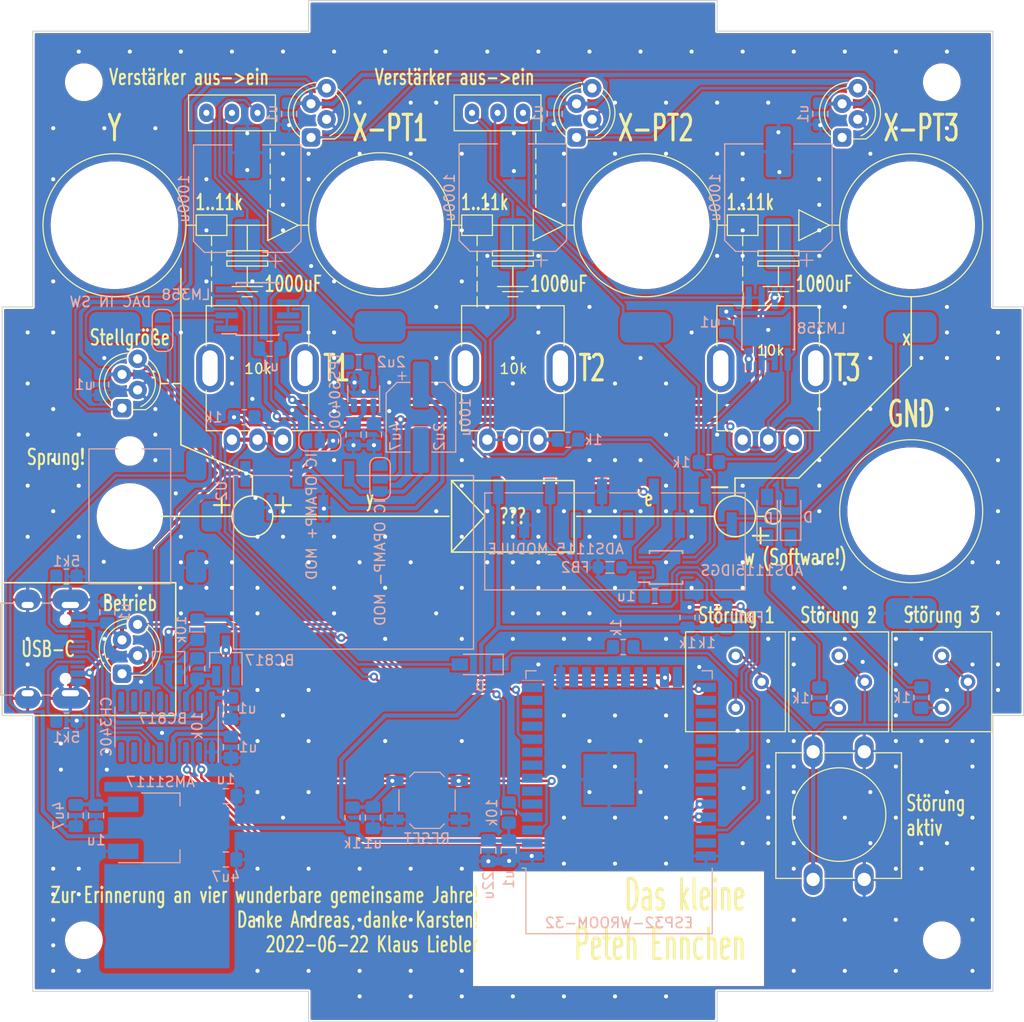
<source format=kicad_pcb>
(kicad_pcb (version 20211014) (generator pcbnew)
  (layers (0 "F.Cu" signal) (31 "B.Cu" signal) (34 "B.Paste" user) (35 "F.Paste" user) (36 "B.SilkS" user "B.Silkscreen") (37 "F.SilkS" user "F.Silkscreen") (38 "B.Mask" user) (39 "F.Mask" user) (44 "Edge.Cuts" user))
  (net 0 "")
  (net 1 "GND")
  (net 2 "+5V")
  (net 3 "+3V3")
  (net 4 "/x1")
  (net 5 "/x2")
  (net 6 "Net-(C10-Pad2)")
  (net 7 "+6V")
  (net 8 "-6V")
  (net 9 "Net-(C12-Pad1)")
  (net 10 "Net-(C12-Pad2)")
  (net 11 "/x3")
  (net 12 "-5V")
  (net 13 "PROG_EN")
  (net 14 "Net-(C18-Pad1)")
  (net 15 "Net-(JP1-Pad3)")
  (net 16 "Net-(D4-Pad1)")
  (net 17 "RGB_LED")
  (net 18 "Net-(D5-Pad1)")
  (net 19 "Net-(C10-Pad1)")
  (net 20 "/IN")
  (net 21 "/PT1")
  (net 22 "/PT2")
  (net 23 "/PT3")
  (net 24 "Net-(J5-PadA5)")
  (net 25 "/UD+")
  (net 26 "/UD-")
  (net 28 "Net-(J5-PadB5)")
  (net 30 "Net-(R3-Pad2)")
  (net 31 "SW")
  (net 32 "Net-(R4-Pad2)")
  (net 33 "Net-(R7-Pad2)")
  (net 34 "Net-(Q2-Pad1)")
  (net 35 "/DTR")
  (net 36 "PROG_IO0")
  (net 37 "Net-(Q3-Pad1)")
  (net 38 "/RTS")
  (net 39 "RELAY_ON")
  (net 40 "Net-(R6-Pad2)")
  (net 41 "Net-(R10-Pad2)")
  (net 42 "Net-(R9-Pad2)")
  (net 43 "/xamp1")
  (net 44 "/xamp2")
  (net 45 "SCL")
  (net 46 "SDA")
  (net 49 "PROG_TX")
  (net 50 "PROG_RX")
  (net 58 "ROT_A")
  (net 62 "Net-(D2-Pad1)")
  (net 83 "/OPAMP_V+")
  (net 84 "/OPAMP_V-")
  (net 85 "DAC_OUT")
  (net 86 "Net-(D6-Pad1)")
  (net 87 "Net-(D3-Pad1)")
  (net 88 "Net-(RV4-Pad2)")
  (net 89 "Net-(D7-Pad1)")
  (net 90 "Net-(D8-Pad1)")
  (footprint "MountingHole:MountingHole_3.2mm_M3_DIN965" (layer "F.Cu") (at 142 58)
    (fp_text reference "H2" hide)
    (fp_text value "MountingHole" hide)
  )
  (footprint "liebler_CONN:Banana_RECESSED" (layer "F.Cu") (at 61 72 180)
    (fp_text reference "J1" hide)
    (fp_text value "Y")
  )
  (footprint "liebler_CONN:Banana_RECESSED" (layer "F.Cu") (at 87 71.9 180)
    (fp_text reference "J2" hide)
    (fp_text value "X-PT1")
  )
  (footprint "LED_THT:LED_D5.0mm-4_RGB_Staggered_Pins" (layer "F.Cu") (at 132.24 63.41 90)
    (fp_text reference "D9" hide)
    (fp_text value "X-PT3" hide)
  )
  (footprint "liebler_MECH:MTS-102_recessed" (layer "F.Cu") (at 62.5 100.5)
    (fp_text reference "SW1")
    (fp_text value "Step")
  )
  (footprint "liebler_MECH:Potentiometer_Alps_RK09K_Single_Vertical" (layer "F.Cu") (at 75 86 90)
    (fp_text reference "RV1" hide)
    (fp_text value "10k")
  )
  (footprint "liebler_CONN:Banana_RECESSED" (layer "F.Cu") (at 113 72 180)
    (fp_text reference "J3" hide)
    (fp_text value "X-PT2")
  )
  (footprint "liebler_CONN:Banana_RECESSED" (layer "F.Cu") (at 139 100 180)
    (fp_text reference "J6" hide)
    (fp_text value "GND")
  )
  (footprint "LED_THT:LED_D5.0mm-4_RGB_Staggered_Pins" (layer "F.Cu") (at 80.24 63.41 90)
    (fp_text reference "D7" hide)
    (fp_text value "X-PT1" hide)
  )
  (footprint "liebler_MECH:Switch_SS12D00" (layer "F.Cu") (at 98.5 61 180)
    (fp_text reference "SW3" hide)
    (fp_text value "OFF AMP ON" hide)
  )
  (footprint "LED_THT:LED_D5.0mm-4_RGB_Staggered_Pins" (layer "F.Cu") (at 61.74 115.91 90)
    (fp_text reference "D4" hide)
    (fp_text value "Betrieb")
  )
  (footprint "liebler_MECH:Button_12mm_ANCHOR_CENTER" (layer "F.Cu") (at 131.9 129.8 90)
    (fp_text reference "SW5" hide)
    (fp_text value "STÖR MICH!" hide)
  )
  (footprint "liebler_MECH:Potentiometer_Alps_RK09K_Single_Vertical" (layer "F.Cu") (at 125 86 90)
    (fp_text reference "RV3" hide)
    (fp_text value "10k")
  )
  (footprint "liebler_MECH:Switch_SS12D00" (layer "F.Cu") (at 72.5 61 180)
    (fp_text reference "SW2" hide)
    (fp_text value "OFF AMP ON" hide)
  )
  (footprint "Potentiometer_THT:Potentiometer_Bourns_3386P_Vertical" (layer "F.Cu") (at 121.815 119.24)
    (fp_text reference "RV5" hide)
    (fp_text value "10k" hide)
  )
  (footprint "liebler_CONN:Banana_RECESSED" (layer "F.Cu") (at 139 72 180)
    (fp_text reference "J4" hide)
    (fp_text value "X-PT3")
  )
  (footprint "LED_THT:LED_D5.0mm-4_RGB_Staggered_Pins" (layer "F.Cu") (at 61.74 89.91 90)
    (fp_text reference "D5" hide)
    (fp_text value "Stellgröße")
  )
  (footprint "liebler_MECH:Potentiometer_Alps_RK09K_Single_Vertical" (layer "F.Cu") (at 100 86 90)
    (fp_text reference "RV2" hide)
    (fp_text value "10k")
  )
  (footprint "MountingHole:MountingHole_3.2mm_M3_DIN965" (layer "F.Cu") (at 58 58)
    (fp_text reference "H1" hide)
    (fp_text value "MountingHole" hide)
  )
  (footprint "Potentiometer_THT:Potentiometer_Bourns_3386P_Vertical" (layer "F.Cu") (at 142.015 119.24)
    (fp_text reference "RV4" hide)
    (fp_text value "10k" hide)
  )
  (footprint "LED_THT:LED_D5.0mm-4_RGB_Staggered_Pins" (layer "F.Cu") (at 106.24 63.41 90)
    (fp_text reference "D8" hide)
    (fp_text value "X-PT2" hide)
  )
  (footprint "MountingHole:MountingHole_3.2mm_M3_DIN965" (layer "F.Cu") (at 58 142)
    (fp_text reference "H4" hide)
    (fp_text value "MountingHole" hide)
  )
  (footprint "Potentiometer_THT:Potentiometer_Bourns_3386P_Vertical" (layer "F.Cu") (at 131.915 119.24)
    (fp_text reference "RV6" hide)
    (fp_text value "10k" hide)
  )
  (footprint "MountingHole:MountingHole_3.2mm_M3_DIN965" (layer "F.Cu") (at 142 142)
    (fp_text reference "H3" hide)
    (fp_text value "MountingHole" hide)
  )
  (footprint "Capacitor_SMD:C_0805_2012Metric_Pad1.18x1.45mm_HandSolder" (layer "B.Cu") (at 104.1 61.1 90)
    (fp_text reference "C22" hide)
    (fp_text value "u1")
  )
  (footprint "liebler_PASSIVES:CP_Elec_10x10_handsolder" (layer "B.Cu") (at 74 69.4 90)
    (fp_text reference "C5" hide)
    (fp_text value "1000u")
  )
  (footprint "Package_SO:TSSOP-10_3x3mm_P0.5mm" (layer "B.Cu") (at 115 105.5)
    (fp_text reference "U7" hide)
    (fp_text value "ADS1115IDGS")
  )
  (footprint "liebler_MODULES:ADS1115_MODULE_SMD" (layer "B.Cu") (at 110 99.7075 -90)
    (fp_text reference "U3" hide)
    (fp_text value "ADS1115_MODULE")
  )
  (footprint "Capacitor_SMD:C_0805_2012Metric_Pad1.18x1.45mm_HandSolder" (layer "B.Cu") (at 99.6 133.2375 90)
    (fp_text reference "C17" hide)
    (fp_text value "u1")
  )
  (footprint "Capacitor_SMD:C_0805_2012Metric_Pad1.18x1.45mm_HandSolder" (layer "B.Cu") (at 84.4 92.5 -90)
    (fp_text reference "C8" hide)
    (fp_text value "4u7")
  )
  (footprint "Resistor_SMD:R_0805_2012Metric_Pad1.20x1.40mm_HandSolder" (layer "B.Cu") (at 56.3 120.5 180)
    (fp_text reference "R11" hide)
    (fp_text value "5k1")
  )
  (footprint "Capacitor_SMD:C_0805_2012Metric_Pad1.18x1.45mm_HandSolder" (layer "B.Cu") (at 97.6 133.2375 -90)
    (fp_text reference "C15" hide)
    (fp_text value "22u")
  )
  (footprint "Resistor_SMD:R_0805_2012Metric_Pad1.20x1.40mm_HandSolder" (layer "B.Cu") (at 105.4 93 180)
    (fp_text reference "R9" hide)
    (fp_text value "1k")
  )
  (footprint "Package_TO_SOT_SMD:SOT-23_Handsoldering" (layer "B.Cu") (at 66.3 114.5 90)
    (fp_text reference "Q2" hide)
    (fp_text value "BC817")
  )
  (footprint "Resistor_SMD:R_0805_2012Metric_Pad1.20x1.40mm_HandSolder" (layer "B.Cu") (at 130 118.25 -90)
    (fp_text reference "R3" hide)
    (fp_text value "1k")
  )
  (footprint "liebler_PASSIVES:CP_Elec_10x10_handsolder" (layer "B.Cu") (at 100 69.3 90)
    (fp_text reference "C9" hide)
    (fp_text value "1000u")
  )
  (footprint "Capacitor_SMD:C_0805_2012Metric_Pad1.18x1.45mm_HandSolder" (layer "B.Cu") (at 76.2 84.1 180)
    (fp_text reference "C6" hide)
    (fp_text value "u1")
  )
  (footprint "Capacitor_SMD:C_0805_2012Metric_Pad1.18x1.45mm_HandSolder" (layer "B.Cu") (at 84.9 85.4 180)
    (fp_text reference "C12" hide)
    (fp_text value "2u2")
  )
  (footprint "Capacitor_SMD:C_0805_2012Metric_Pad1.18x1.45mm_HandSolder" (layer "B.Cu") (at 59.7 87.6 90)
    (fp_text reference "C21" hide)
    (fp_text value "u1")
  )
  (footprint "Capacitor_SMD:C_0805_2012Metric_Pad1.18x1.45mm_HandSolder" (layer "B.Cu") (at 86.3 130 90)
    (fp_text reference "C16" hide)
    (fp_text value "u1")
  )
  (footprint "liebler_SEMICONDUCTORS:SOIC-8_3.9x4.9mm_Pitch1.27mm_handsolder" (layer "B.Cu") (at 75 80.2)
    (fp_text reference "U4" hide)
    (fp_text value "LM358")
  )
  (footprint "Capacitor_SMD:C_0805_2012Metric_Pad1.18x1.45mm_HandSolder" (layer "B.Cu") (at 57.2 129.8 90)
    (fp_text reference "C1" hide)
    (fp_text value "4u7")
  )
  (footprint "Capacitor_SMD:C_0805_2012Metric_Pad1.18x1.45mm_HandSolder" (layer "B.Cu") (at 72.4 123.1 -90)
    (fp_text reference "C18" hide)
    (fp_text value "u1")
  )
  (footprint "Capacitor_SMD:C_0805_2012Metric_Pad1.18x1.45mm_HandSolder" (layer "B.Cu") (at 130.1 61.1 90)
    (fp_text reference "C24" hide)
    (fp_text value "u1")
  )
  (footprint "Inductor_SMD:L_0805_2012Metric_Pad1.05x1.20mm_HandSolder" (layer "B.Cu") (at 120.9 110.4 90)
    (fp_text reference "FB1")
    (fp_text value "100R")
  )
  (footprint "Capacitor_SMD:C_0805_2012Metric_Pad1.18x1.45mm_HandSolder" (layer "B.Cu") (at 72.4 119.3 -90)
    (fp_text reference "C19" hide)
    (fp_text value "u1")
  )
  (footprint "Capacitor_SMD:C_0805_2012Metric_Pad1.18x1.45mm_HandSolder" (layer "B.Cu") (at 120.9 81.5 90)
    (fp_text reference "C7" hide)
    (fp_text value "u1")
  )
  (footprint "Resistor_SMD:R_0805_2012Metric_Pad1.20x1.40mm_HandSolder" (layer "B.Cu") (at 99.6 129.5 90)
    (fp_text reference "R1" hide)
    (fp_text value "10k")
  )
  (footprint "liebler_SEMICONDUCTORS:SOT-223-3_TabPin2_HANDSOLDER" (layer "B.Cu") (at 65.5 131)
    (fp_text reference "U1" hide)
    (fp_text value "AMS1117")
  )
  (footprint "Capacitor_SMD:C_0805_2012Metric_Pad1.18x1.45mm_HandSolder" (layer "B.Cu") (at 113.9 108.3)
    (fp_text reference "C10" hide)
    (fp_text value "1u")
  )
  (footprint "Resistor_SMD:R_0805_2012Metric_Pad1.20x1.40mm_HandSolder" (layer "B.Cu") (at 119 110.4 90)
    (fp_text reference "R5" hide)
    (fp_text value "1k")
  )
  (footprint "Resistor_SMD:R_0805_2012Metric_Pad1.20x1.40mm_HandSolder" (layer "B.Cu") (at 69.1 111.6 -90)
    (fp_text reference "R15" hide)
    (fp_text value "10k")
  )
  (footprint "Capacitor_SMD:C_0805_2012Metric_Pad1.18x1.45mm_HandSolder" (layer "B.Cu") (at 71.9 127.9)
    (fp_text reference "C4" hide)
    (fp_text value "1u")
  )
  (footprint "Jumper:SolderJumper-3_P1.3mm_Open_RoundedPad1.0x1.5mm_NumberLabels" (layer "B.Cu") (at 87 96.8 90)
    (fp_text reference "JP4" hide)
    (fp_text value "IC OPAMP- MOD")
  )
  (footprint "Capacitor_SMD:C_0805_2012Metric_Pad1.18x1.45mm_HandSolder" (layer "B.Cu") (at 78.1 61.1 90)
    (fp_text reference "C23" hide)
    (fp_text value "u1")
  )
  (footprint "RF_Module:ESP32-WROOM-32" (layer "B.Cu") (at 110.4 125.5)
    (fp_text reference "U9" hide)
    (fp_text value "ESP32-WROOM-32")
  )
  (footprint "liebler_SEMICONDUCTORS:D_SOD-123_handsolder" (layer "B.Cu") (at 124.9 100.6 90)
    (fp_text reference "D3" hide)
    (fp_text value "D")
  )
  (footprint "Resistor_SMD:R_0805_2012Metric_Pad1.20x1.40mm_HandSolder" (layer "B.Cu") (at 119.2 95.2)
    (fp_text reference "R10" hide)
    (fp_text value "1k")
  )
  (footprint "Resistor_SMD:R_0805_2012Metric_Pad1.20x1.40mm_HandSolder" (layer "B.Cu") (at 84.3 130 -90)
    (fp_text reference "R13" hide)
    (fp_text value "1k")
  )
  (footprint "Capacitor_SMD:C_0805_2012Metric_Pad1.18x1.45mm_HandSolder" (layer "B.Cu") (at 60.3 109.9 -90)
    (fp_text reference "C20" hide)
    (fp_text value "u1")
  )
  (footprint "Inductor_SMD:L_0805_2012Metric_Pad1.05x1.20mm_HandSolder" (layer "B.Cu") (at 109.5 105.5)
    (fp_text reference "FB2")
    (fp_text value "100R")
  )
  (footprint "Resistor_SMD:R_0805_2012Metric_Pad1.20x1.40mm_HandSolder" (layer "B.Cu") (at 110.8 113.3)
    (fp_text reference "R4" hide)
    (fp_text value "1k")
  )
  (footprint "liebler_SEMICONDUCTORS:D_SOD-123_handsolder" (layer "B.Cu") (at 127.2 100.6 90)
    (fp_text reference "D6" hide)
    (fp_text value "D")
  )
  (footprint "Resistor_SMD:R_0805_2012Metric_Pad1.20x1.40mm_HandSolder" (layer "B.Cu") (at 69.1 115.4 -90)
    (fp_text reference "R14" hide)
    (fp_text value "10k")
  )
  (footprint "Package_TO_SOT_SMD:SOT-23-5" (layer "B.Cu") (at 85.4 88.5 90)
    (fp_text reference "U6" hide)
    (fp_text value "TPS60400")
  )
  (footprint "liebler_MODULES:DD1718PA_MODULE_SMD" (layer "B.Cu") (at 78.9 98 -90)
    (fp_text reference "U2")
    (fp_text value "DD1718PA_MODULE")
  )
  (footprint "liebler_CONN:USB_C_Receptacle_HRO_TYPE-C-31-M-12_IMPROVED" (layer "B.Cu") (at 52.5 113.5 90)
    (fp_text reference "J5" hide)
    (fp_text value "PROG" hide)
  )
  (footprint "Capacitor_SMD:C_0805_2012Metric_Pad1.18x1.45mm_HandSolder" (layer "B.Cu") (at 59.2 129.8 -90)
    (fp_text reference "C2" hide)
    (fp_text value "1u")
  )
  (footprint "Resistor_SMD:R_0805_2012Metric_Pad1.20x1.40mm_HandSolder" (layer "B.Cu") (at 140 118.25 -90)
    (fp_text reference "R7" hide)
    (fp_text value "1k")
  )
  (footprint "liebler_SEMICONDUCTORS:D_SOD-123_handsolder" (layer "B.Cu") (at 96.8 115 180)
    (fp_text reference "D2" hide)
    (fp_text value "D")
  )
  (footprint "Jumper:SolderJumper-3_P1.3mm_Open_RoundedPad1.0x1.5mm_NumberLabels" (layer "B.Cu") (at 65.7 82.3 90)
    (fp_text reference "JP1" hide)
    (fp_text value "DAC IN SW")
  )
  (footprint "Package_SO:SOIC-16_3.9x9.9mm_P1.27mm" (layer "B.Cu") (at 66.1 121.1 90)
    (fp_text reference "U8" hide)
    (fp_text value "CH340C")
  )
  (footprint "Capacitor_SMD:C_0805_2012Metric_Pad1.18x1.45mm_HandSolder" (layer "B.Cu") (at 86.4 92.5 -90)
    (fp_text reference "C14" hide)
    (fp_text value "2u2")
  )
  (footprint "Resistor_SMD:R_0805_2012Metric_Pad1.20x1.40mm_HandSolder" (layer "B.Cu") (at 117.1 110.4 90)
    (fp_text reference "R2" hide)
    (fp_text value "1k")
  )
  (footprint "Capacitor_SMD:C_0805_2012Metric_Pad1.18x1.45mm_HandSolder" (layer "B.Cu") (at 71.9 134.1 180)
    (fp_text reference "C3" hide)
    (fp_text value "4u7")
  )
  (footprint "Jumper:SolderJumper-3_P1.3mm_Open_RoundedPad1.0x1.5mm_NumberLabels" (layer "B.Cu") (at 81.1 93.1)
    (fp_text reference "JP3" hide)
    (fp_text value "IC OPAMP+ MOD")
  )
  (footprint "liebler_PASSIVES:CP_Elec_10x10_handsolder" (layer "B.Cu") (at 126 69.3 90)
    (fp_text reference "C13" hide)
    (fp_text value "1000u")
  )
  (footprint "Button_Switch_SMD:SW_SPST_TL3342" (layer "B.Cu") (at 91.6 128.3 180)
    (fp_text reference "SW4" hide)
    (fp_text value "RESET")
  )
  (footprint "liebler_PASSIVES:CP_Elec_6.3x5.7_handsolder" (layer "B.Cu") (at 91 90.8 -90)
    (fp_text reference "C11" hide)
    (fp_text value "100u")
  )
  (footprint "Resistor_SMD:R_0805_2012Metric_Pad1.20x1.40mm_HandSolder" (layer "B.Cu") (at 56.3 106.4 180)
    (fp_text reference "R12" hide)
    (fp_text value "5k1")
  )
  (footprint "liebler_SEMICONDUCTORS:SOIC-8_3.9x4.9mm_Pitch1.27mm_handsolder" (layer "B.Cu") (at 125 82.1 -90)
    (fp_text reference "U5" hide)
    (fp_text value "LM358")
  )
  (footprint "Resistor_SMD:R_0805_2012Metric_Pad1.20x1.40mm_HandSolder" (layer "B.Cu") (at 73.7 90.8)
    (fp_text reference "R6" hide)
    (fp_text value "1k")
  )
  (footprint "Package_TO_SOT_SMD:SOT-23_Handsoldering" (layer "B.Cu") (at 71.9 114.6 90)
    (fp_text reference "Q3" hide)
    (fp_text value "BC817")
  )
  (gr_line (start 73 74.5) (end 76 74.5) (layer "F.SilkS") (width 0.12))
  (gr_line (start 124 71) (end 124 73) (layer "F.SilkS") (width 0.12))
  (gr_line (start 76.25 64) (end 76.25 63) (layer "F.SilkS") (width 0.12))
  (gr_line (start 124.75 100.5) (end 123.75 100.5) (layer "F.SilkS") (width 0.15))
  (gr_line (start 76 74.5) (end 76 75) (layer "F.SilkS") (width 0.12))
  (gr_line (start 74 72) (end 74 74.5) (layer "F.SilkS") (width 0.12))
  (gr_rect (start 50 107) (end 67 120) (layer "F.SilkS") (width 0.15) (fill none))
  (gr_line (start 70.5 78.5) (end 70.5 77.5) (layer "F.SilkS") (width 0.12))
  (gr_line (start 76 75) (end 72 75) (layer "F.SilkS") (width 0.12))
  (gr_line (start 121.75 96.75) (end 128 96.75) (layer "F.SilkS") (width 0.15))
  (gr_line (start 120 72) (end 121 72) (layer "F.SilkS") (width 0.12))
  (gr_line (start 70.5 77) (end 70.5 76) (layer "F.SilkS") (width 0.12))
  (gr_line (start 128 75) (end 124 75) (layer "F.SilkS") (width 0.12))
  (gr_line (start 99.5 79) (end 100.5 79) (layer "F.SilkS") (width 0.12))
  (gr_line (start 74 76) (end 74 78) (layer "F.SilkS") (width 0.12))
  (gr_line (start 72 75) (end 72 74.5) (layer "F.SilkS") (width 0.12))
  (gr_line (start 94 72) (end 95 72) (layer "F.SilkS") (width 0.12))
  (gr_line (start 102.25 70.25) (end 102.25 69) (layer "F.SilkS") (width 0.12))
  (gr_line (start 96.5 74) (end 96.5 73) (layer "F.SilkS") (width 0.12))
  (gr_line (start 69 71) (end 72 71) (layer "F.SilkS") (width 0.12))
  (gr_circle (center 121.75 100.5) (end 121.75 98.5) (layer "F.SilkS") (width 0.15) (fill none))
  (gr_line (start 98 71) (end 98 73) (layer "F.SilkS") (width 0.12))
  (gr_line (start 70.5 75.5) (end 70.5 74.5) (layer "F.SilkS") (width 0.12))
  (gr_line (start 128 76) (end 124 76) (layer "F.SilkS") (width 0.12))
  (gr_line (start 102 70.5) (end 105 72) (layer "F.SilkS") (width 0.12))
  (gr_rect (start 94 97) (end 106 104) (layer "F.SilkS") (width 0.15) (fill none))
  (gr_line (start 76.25 70.25) (end 76.25 69) (layer "F.SilkS") (width 0.12))
  (gr_line (start 122.5 74) (end 122.5 73) (layer "F.SilkS") (width 0.12))
  (gr_line (start 98 74.5) (end 99 74.5) (layer "F.SilkS") (width 0.12))
  (gr_line (start 122.5 77) (end 122.5 76) (layer "F.SilkS") (width 0.12))
  (gr_line (start 79 72) (end 80 72) (layer "F.SilkS") (width 0.12))
  (gr_line (start 124 75.5) (end 128 75.5) (layer "F.SilkS") (width 0.12))
  (gr_line (start 76 76) (end 72 76) (layer "F.SilkS") (width 0.12))
  (gr_line (start 70.5 74) (end 70.5 73) (layer "F.SilkS") (width 0.12))
  (gr_line (start 100 76) (end 100 78) (layer "F.SilkS") (width 0.12))
  (gr_line (start 125.5 79) (end 126.5 79) (layer "F.SilkS") (width 0.12))
  (gr_line (start 72.5 78) (end 75.5 78) (layer "F.SilkS") (width 0.12))
  (gr_line (start 124 73) (end 121 73) (layer "F.SilkS") (width 0.12))
  (gr_line (start 121.75 98.5) (end 121.75 96.75) (layer "F.SilkS") (width 0.15))
  (gr_line (start 79 72) (end 76 73.5) (layer "F.SilkS") (width 0.12))
  (gr_line (start 76.25 68.5) (end 76.25 67.5) (layer "F.SilkS") (width 0.12))
  (gr_line (start 72 75.5) (end 76 75.5) (layer "F.SilkS") (width 0.12))
  (gr_line (start 125 78.5) (end 127 78.5) (layer "F.SilkS") (width 0.12))
  (gr_line (start 73.5 79) (end 74.5 79) (layer "F.SilkS") (width 0.12))
  (gr_line (start 95 73) (end 95 71) (layer "F.SilkS") (width 0.12))
  (gr_line (start 122.5 78.5) (end 122.5 77.5) (layer "F.SilkS") (width 0.12))
  (gr_line (start 70.5 80) (end 70.5 79) (layer "F.SilkS") (width 0.12))
  (gr_line (start 62.5 100.5) (end 72.5 100.5) (layer "F.SilkS") (width 0.15))
  (gr_line (start 76 70.5) (end 79 72) (layer "F.SilkS") (width 0.12))
  (gr_line (start 76.5 100.5) (end 93.75 100.5) (layer "F.SilkS") (width 0.15))
  (gr_line (start 98 75.5) (end 102 75.5) (layer "F.SilkS") (width 0.12))
  (gr_line (start 122.5 75.5) (end 122.5 74.5) (layer "F.SilkS") (width 0.12))
  (gr_line (start 128 73.5) (end 128 70.5) (layer "F.SilkS") (width 0.12))
  (gr_line (start 96.5 78.5) (end 96.5 77.5) (layer "F.SilkS") (width 0.12))
  (gr_line (start 94 97) (end 97.25 100.5) (layer "F.SilkS") (width 0.15))
  (gr_line (start 102 76) (end 98 76) (layer "F.SilkS") (width 0.12))
  (gr_line (start 72 73) (end 69 73) (layer "F.SilkS") (width 0.12))
  (gr_line (start 124 72) (end 128 72) (layer "F.SilkS") (width 0.12))
  (gr_line (start 98 76) (end 98 75.5) (layer "F.SilkS") (width 0.12))
  (gr_line (start 69 73) (end 69 71) (layer "F.SilkS") (width 0.12))
  (gr_line (start 124 76) (end 124 75.5) (layer "F.SilkS") (width 0.12))
  (gr_line (start 98.5 78) (end 101.5 78) (layer "F.SilkS") (width 0.12))
  (gr_line (start 76 75.5) (end 76 76) (layer "F.SilkS") (width 0.12))
  (gr_line (start 100 72) (end 100 74.5) (layer "F.SilkS") (width 0.12))
  (gr_line (start 131 72) (end 132 72) (layer "F.SilkS") (width 0.12))
  (gr_line (start 67.5 87.5) (end 66.75 87.5) (layer "F.SilkS") (width 0.15))
  (gr_line (start 67.5 93.5) (end 67.5 76.25) (layer "F.SilkS") (width 0.15))
  (gr_line (start 99 78.5) (end 101 78.5) (layer "F.SilkS") (width 0.12))
  (gr_line (start 102 74.5) (end 102 75) (layer "F.SilkS") (width 0.12))
  (gr_line (start 98 73) (end 95 73) (layer "F.SilkS") (width 0.12))
  (gr_line (start 139 79) (end 139 85.75) (layer "F.SilkS") (width 0.15))
  (gr_line (start 121 73) (end 121 71) (layer "F.SilkS") (width 0.12))
  (gr_line (start 76.25 65.5) (end 76.25 64.5) (layer "F.SilkS") (width 0.12))
  (gr_line (start 124.5 78) (end 127.5 78) (layer "F.SilkS") (width 0.12))
  (gr_line (start 139 85.75) (end 128 96.75) (layer "F.SilkS") (width 0.15))
  (gr_line (start 98 75) (end 98 74.5) (layer "F.SilkS") (width 0.12))
  (gr_line (start 102.25 68.5) (end 102.25 67.5) (layer "F.SilkS") (width 0.12))
  (gr_line (start 76 73.5) (end 76 70.5) (layer "F.SilkS") (width 0.12))
  (gr_line (start 128 70.5) (end 131 72) (layer "F.SilkS") (width 0.12))
  (gr_line (start 105 72) (end 102 73.5) (layer "F.SilkS") (width 0.12))
  (gr_line (start 97.25 100.5) (end 94 104) (layer "F.SilkS") (width 0.15))
  (gr_line (start 99 74.5) (end 102 74.5) (layer "F.SilkS") (width 0.12))
  (gr_line (start 128 74.5) (end 128 75) (layer "F.SilkS") (width 0.12))
  (gr_line (start 73 78.5) (end 75 78.5) (layer "F.SilkS") (width 0.12))
  (gr_line (start 122.5 80) (end 122.5 79) (layer "F.SilkS") (width 0.12))
  (gr_line (start 102.25 64) (end 102.25 63) (layer "F.SilkS") (width 0.12))
  (gr_line (start 68 72) (end 69 72) (layer "F.SilkS") (width 0.12))
  (gr_line (start 102 75.5) (end 102 76) (layer "F.SilkS") (width 0.12))
  (gr_line (start 105 72) (end 106 72) (layer "F.SilkS") (width 0.12))
  (gr_line (start 102 75) (end 98 75) (layer "F.SilkS") (width 0.12))
  (gr_line (start 96.5 77) (end 96.5 76) (layer "F.SilkS") (width 0.12))
  (gr_line (start 76.25 67) (end 76.25 66) (layer "F.SilkS") (width 0.12))
  (gr_line (start 72 72) (end 76 72) (layer "F.SilkS") (width 0.12))
  (gr_circle (center 125.5 100.5) (end 125.5 101.25) (layer "F.SilkS") (width 0.15) (fill none))
  (gr_line (start 66.25 87.5) (end 65.5 87.5) (layer "F.SilkS") (width 0.15))
  (gr_line (start 106.25 100.5) (end 119.75 100.5) (layer "F.SilkS") (width 0.15))
  (gr_line (start 102 73.5) (end 102 70.5) (layer "F.SilkS") (width 0.12))
  (gr_line (start 126 72) (end 126 74.5) (layer "F.SilkS") (width 0.12))
  (gr_line (start 131 72) (end 128 73.5) (layer "F.SilkS") (width 0.12))
  (gr_line (start 96.5 80) (end 96.5 79) (layer "F.SilkS") (width 0.12))
  (gr_line (start 124 74.5) (end 125 74.5) (layer "F.SilkS") (width 0.12))
  (gr_line (start 72 74.5) (end 73 74.5) (layer "F.SilkS") (width 0.12))
  (gr_line (start 124 75) (end 124 74.5) (layer "F.SilkS") (width 0.12))
  (gr_circle (center 74.5 100.5) (end 76.5 100.5) (layer "F.SilkS") (width 0.15) (fill none))
  (gr_line (start 72 71) (end 72 73) (layer "F.SilkS") (width 0.12))
  (gr_line (start 95 71) (end 98 71) (layer "F.SilkS") (width 0.12))
  (gr_line (start 102.25 65.5) (end 102.25 64.5) (layer "F.SilkS") (width 0.12))
  (gr_line (start 72 76) (end 72 75.5) (layer "F.SilkS") (width 0.12))
  (gr_line (start 121 71) (end 124 71) (layer "F.SilkS") (width 0.12))
  (gr_line (start 74.5 96.5) (end 74.5 98.5) (layer "F.SilkS") (width 0.15))
  (gr_line (start 74.5 96.5) (end 67.5 93.5) (layer "F.SilkS") (width 0.15))
  (gr_line (start 125 74.5) (end 128 74.5) (layer "F.SilkS") (width 0.12))
  (gr_line (start 128 75.5) (end 128 76) (layer "F.SilkS") (width 0.12))
  (gr_line (start 96.5 75.5) (end 96.5 74.5) (layer "F.SilkS") (width 0.12))
  (gr_line (start 102.25 67) (end 102.25 66) (layer "F.SilkS") (width 0.12))
  (gr_line (start 98 72) (end 102 72) (layer "F.SilkS") (width 0.12))
  (gr_line (start 126 76) (end 126 78) (layer "F.SilkS") (width 0.12))
  (gr_line (start 150 80) (end 150 120) (layer "Edge.Cuts") (width 0.1))
  (gr_line (start 53 53) (end 80 53) (layer "Edge.Cuts") (width 0.1))
  (gr_line (start 150 120) (end 147 120) (layer "Edge.Cuts") (width 0.1))
  (gr_line (start 50 100) (end 50 80) (layer "Edge.Cuts") (width 0.1))
  (gr_line (start 147 80) (end 150 80) (layer "Edge.Cuts") (width 0.1))
  (gr_line (start 120 150) (end 80 150) (layer "Edge.Cuts") (width 0.1))
  (gr_line (start 120 50) (end 120 53) (layer "Edge.Cuts") (width 0.1))
  (gr_line (start 120 147) (end 120 150) (layer "Edge.Cuts") (width 0.1))
  (gr_line (start 80 53) (end 80 50) (layer "Edge.Cuts") (width 0.1))
  (gr_line (start 80 150) (end 80 147) (layer "Edge.Cuts") (width 0.1))
  (gr_line (start 50 120) (end 50 100) (layer "Edge.Cuts") (width 0.1))
  (gr_line (start 120 53) (end 147 53) (layer "Edge.Cuts") (width 0.1))
  (gr_line (start 53 80) (end 53 53) (layer "Edge.Cuts") (width 0.1))
  (gr_line (start 147 53) (end 147 80) (layer "Edge.Cuts") (width 0.1))
  (gr_line (start 147 120) (end 147 147) (layer "Edge.Cuts") (width 0.1))
  (gr_line (start 53 147) (end 53 120) (layer "Edge.Cuts") (width 0.1))
  (gr_line (start 50 80) (end 53 80) (layer "Edge.Cuts") (width 0.1))
  (gr_line (start 53 120) (end 50 120) (layer "Edge.Cuts") (width 0.1))
  (gr_line (start 80 147) (end 53 147) (layer "Edge.Cuts") (width 0.1))
  (gr_line (start 80 50) (end 120 50) (layer "Edge.Cuts") (width 0.1))
  (gr_line (start 147 147) (end 120 147) (layer "Edge.Cuts") (width 0.1))
  (gr_text "???" (at 100 100.5) (layer "F.SilkS") (effects (font (size 1.5 1) (thickness 0.2))))
  (gr_text "Verstärker aus->ein" (at 68.3 57.5) (layer "F.SilkS") (effects (font (size 1.5 1) (thickness 0.2))))
  (gr_text "1..11k" (at 123.25 69.75) (layer "F.SilkS") (effects (font (size 1.5 1) (thickness 0.2))))
  (gr_text "+" (at 71.5 99.25) (layer "F.SilkS") (effects (font (size 2 2) (thickness 0.2))))
  (gr_text "1000uF" (at 104.5 77.75) (layer "F.SilkS") (effects (font (size 1.5 1) (thickness 0.2))))
  (gr_text "Verstärker aus->ein" (at 94.3 57.5) (layer "F.SilkS") (effects (font (size 1.5 1) (thickness 0.2))))
  (gr_text "1..11k" (at 71.25 69.75) (layer "F.SilkS") (effects (font (size 1.5 1) (thickness 0.2))))
  (gr_text "Zur Erinnerung an vier wunderbare gemeinsame Jahre!\nDanke Andreas, danke Karsten!\n2022-06-22 Klaus Liebler" (at 96.75 140) (layer "F.SilkS") (effects (font (size 1.5 1) (thickness 0.2)) (justify right)))
  (gr_text "x" (at 138 83) (layer "F.SilkS") (effects (font (size 1.5 1) (thickness 0.2)) (justify left)))
  (gr_text "1000uF" (at 78.5 77.75) (layer "F.SilkS") (effects (font (size 1.5 1) (thickness 0.2))))
  (gr_text "T2" (at 107.75 86) (layer "F.SilkS") (effects (font (size 2.5 1.5) (thickness 0.3))))
  (gr_text "e" (at 112.75 98.75) (layer "F.SilkS") (effects (font (size 1.5 1) (thickness 0.2)) (justify left)))
  (gr_text "1000uF" (at 130.5 77.75) (layer "F.SilkS") (effects (font (size 1.5 1) (thickness 0.2))))
  (gr_text "Störung 1" (at 121.9 110.2) (layer "F.SilkS") (effects (font (size 1.5 1) (thickness 0.2))))
  (gr_text "+" (at 77.5 99.25) (layer "F.SilkS") (effects (font (size 2 2) (thickness 0.2))))
  (gr_text "Störung 2" (at 131.9 110.183137) (layer "F.SilkS") (effects (font (size 1.5 1) (thickness 0.2))))
  (gr_text "y" (at 85.5 98.75) (layer "F.SilkS") (effects (font (size 1.5 1) (thickness 0.2)) (justify left)))
  (gr_text "Das kleine\nPeteh Ennchen" (at 123 140) (layer "F.SilkS") (effects (font (size 3 1.5) (thickness 0.3)) (justify right)))
  (gr_text "w (Software!)" (at 122.5 104.5) (layer "F.SilkS") (effects (font (size 1.5 1) (thickness 0.2)) (justify left)))
  (gr_text "T1" (at 82.75 86) (layer "F.SilkS") (effects (font (size 2.5 1.5) (thickness 0.3))))
  (gr_text "Sprung!" (at 52.3 94.7) (layer "F.SilkS") (effects (font (size 1.5 1) (thickness 0.2)) (justify left)))
  (gr_text "Störung\naktiv" (at 138.4 129.8) (layer "F.SilkS") (effects (font (size 1.5 1) (thickness 0.2)) (justify left)))
  (gr_text "Störung 3" (at 142 110.154235) (layer "F.SilkS") (effects (font (size 1.5 1) (thickness 0.2))))
  (gr_text "1..11k" (at 97.25 69.75) (layer "F.SilkS") (effects (font (size 1.5 1) (thickness 0.2))))
  (gr_text "+" (at 124.25 102.25) (layer "F.SilkS") (effects (font (size 2 2) (thickness 0.2))))
  (gr_text "-" (at 120.25 97.5) (layer "F.SilkS") (effects (font (size 2 2) (thickness 0.2))))
  (gr_text "T3" (at 132.75 86) (layer "F.SilkS") (effects (font (size 2.5 1.5) (thickness 0.3))))
  (via (at 112.5 95) (size 0.8) (drill 0.4) (layers "F.Cu" "B.Cu") (net 1))
  (via (at 145 125) (size 0.8) (drill 0.4) (layers "F.Cu" "B.Cu") (net 1))
  (via (at 115 134.5) (size 0.8) (drill 0.4) (layers "F.Cu" "B.Cu") (net 1))
  (via (at 125 60) (size 0.8) (drill 0.4) (layers "F.Cu" "B.Cu") (net 1))
  (via (at 147.5 115) (size 0.8) (drill 0.4) (layers "F.Cu" "B.Cu") (net 1))
  (via (at 115 92.5) (size 0.8) (drill 0.4) (layers "F.Cu" "B.Cu") (net 1))
  (via (at 142.5 80) (size 0.8) (drill 0.4) (layers "F.Cu" "B.Cu") (net 1))
  (via (at 145 105) (size 0.8) (drill 0.4) (layers "F.Cu" "B.Cu") (net 1))
  (via (at 118.25 115.25) (size 0.8) (drill 0.4) (layers "F.Cu" "B.Cu") (net 1))
  (via (at 80 140) (size 0.8) (drill 0.4) (layers "F.Cu" "B.Cu") (net 1))
  (via (at 137.5 112.5) (size 0.8) (drill 0.4) (layers "F.Cu" "B.Cu") (net 1))
  (via (at 77.5 100) (size 0.8) (drill 0.4) (layers "F.Cu" "B.Cu") (net 1))
  (via (at 90 135) (size 0.8) (drill 0.4) (layers "F.Cu" "B.Cu") (net 1))
  (via (at 67.5 105) (size 0.8) (drill 0.4) (layers "F.Cu" "B.Cu") (net 1))
  (via (at 137.5 135) (size 0.8) (drill 0.4) (layers "F.Cu" "B.Cu") (net 1))
  (via (at 62.5 55) (size 0.8) (drill 0.4) (layers "F.Cu" "B.Cu") (net 1))
  (via (at 110 134.5) (size 0.8) (drill 0.4) (layers "F.Cu" "B.Cu") (net 1))
  (via (at 115 100) (size 0.8) (drill 0.4) (layers "F.Cu" "B.Cu") (net 1))
  (via (at 142.5 127.5) (size 0.8) (drill 0.4) (layers "F.Cu" "B.Cu") (net 1))
  (via (at 110 102.5) (size 0.8) (drill 0.4) (layers "F.Cu" "B.Cu") (net 1))
  (via (at 147.5 85) (size 0.8) (drill 0.4) (layers "F.Cu" "B.Cu") (net 1))
  (via (at 112.5 85) (size 0.8) (drill 0.4) (layers "F.Cu" "B.Cu") (net 1))
  (via (at 70 105) (size 0.8) (drill 0.4) (layers "F.Cu" "B.Cu") (net 1))
  (via (at 115 147.5) (size 0.8) (drill 0.4) (layers "F.Cu" "B.Cu") (net 1))
  (via (at 137.5 120) (size 0.8) (drill 0.4) (layers "F.Cu" "B.Cu") (net 1))
  (via (at 52.5 112.5) (size 0.8) (drill 0.4) (layers "F.Cu" "B.Cu") (net 1))
  (via (at 95 122.5) (size 0.8) (drill 0.4) (layers "F.Cu" "B.Cu") (net 1))
  (via (at 99.6375 134.2375) (size 0.8) (drill 0.4) (layers "F.Cu" "B.Cu") (net 1))
  (via (at 122.5 75) (size 0.8) (drill 0.4) (layers "F.Cu" "B.Cu") (net 1))
  (via (at 70 77.5) (size 0.8) (drill 0.4) (layers "F.Cu" "B.Cu") (net 1))
  (via (at 142.5 90) (size 0.8) (drill 0.4) (layers "F.Cu" "B.Cu") (net 1))
  (via (at 112.5 127.5) (size 0.8) (drill 0.4) (layers "F.Cu" "B.Cu") (net 1))
  (via (at 130 77.5) (size 0.8) (drill 0.4) (layers "F.Cu" "B.Cu") (net 1))
  (via (at 140 85) (size 0.8) (drill 0.4) (layers "F.Cu" "B.Cu") (net 1))
  (via (at 74.8 98.7) (size 0.8) (drill 0.4) (layers "F.Cu" "B.Cu") (net 1))
  (via (at 145 110) (size 0.8) (drill 0.4) (layers "F.Cu" "B.Cu") (net 1))
  (via (at 125 130) (size 0.8) (drill 0.4) (layers "F.Cu" "B.Cu") (net 1))
  (via (at 97.5 75) (size 0.8) (drill 0.4) (layers "F.Cu" "B.Cu") (net 1))
  (via (at 70 67.5) (size 0.8) (drill 0.4) (layers "F.Cu" "B.Cu") (net 1))
  (via (at 80 145) (size 0.8) (drill 0.4) (layers "F.Cu" "B.Cu") (net 1))
  (via (at 100 112.5) (size 0.8) (drill 0.4) (layers "F.Cu" "B.Cu") (net 1))
  (via (at 142.5 82.5) (size 0.8) (drill 0.4) (layers "F.Cu" "B.Cu") (net 1))
  (via (at 100 147.5) (size 0.8) (drill 0.4) (layers "F.Cu" "B.Cu") (net 1))
  (via (at 92.5 60) (size 0.8) (drill 0.4) (layers "F.Cu" "B.Cu") (net 1))
  (via (at 82.5 82.5) (size 0.8) (drill 0.4) (layers "F.Cu" "B.Cu") (net 1))
  (via (at 102.5 100) (size 0.8) (drill 0.4) (layers "F.Cu" "B.Cu") (net 1))
  (via (at 87.5 55) (size 0.8) (drill 0.4) (layers "F.Cu" "B.Cu") (net 1))
  (via (at 105 70) (size 0.8) (drill 0.4) (layers "F.Cu" "B.Cu") (net 1))
  (via (at 101.845 133.755) (size 0.8) (drill 0.4) (layers "F.Cu" "B.Cu") (net 1))
  (via (at 145 140) (size 0.8) (drill 0.4) (layers "F.Cu" "B.Cu") (net 1))
  (via (at 105 125) (size 0.8) (drill 0.4) (layers "F.Cu" "B.Cu") (net 1))
  (via (at 102.5 82.5) (size 0.8) (drill 0.4) (layers "F.Cu" "B.Cu") (net 1))
  (via (at 105 100) (size 0.8) (drill 0.4) (layers "F.Cu" "B.Cu") (net 1))
  (via (at 75 140) (size 0.8) (drill 0.4) (layers "F.Cu" "B.Cu") (net 1))
  (via (at 74 66.6) (size 0.8) (drill 0.4) (layers "F.Cu" "B.Cu") (net 1))
  (via (at 65 92.5) (size 0.8) (drill 0.4) (layers "F.Cu" "B.Cu") (net 1))
  (via (at 147.5 105) (size 0.8) (drill 0.4) (layers "F.Cu" "B.Cu") (net 1))
  (via (at 55 100) (size 0.8) (drill 0.4) (layers "F.Cu" "B.Cu") (net 1))
  (via (at 95 102.5) (size 0.8) (drill 0.4) (layers "F.Cu" "B.Cu") (net 1))
  (via (at 117.5 82.5) (size 0.8) (drill 0.4) (layers "F.Cu" "B.Cu") (net 1))
  (via (at 100 100) (size 0.8) (drill 0.4) (layers "F.Cu" "B.Cu") (net 1))
  (via (at 130 67.5) (size 0.8) (drill 0.4) (layers "F.Cu" "B.Cu") (net 1))
  (via (at 80 65) (size 0.8) (drill 0.4) (layers "F.Cu" "B.Cu") (net 1))
  (via (at 63.5 107.5) (size 0.8) (drill 0.4) (layers "F.Cu" "B.Cu") (net 1))
  (via (at 85 145) (size 0.8) (drill 0.4) (layers "F.Cu" "B.Cu") (net 1))
  (via (at 127.5 117.5) (size 0.8) (drill 0.4) (layers "F.Cu" "B.Cu") (net 1))
  (via (at 117.5 102.5) (size 0.8) (drill 0.4) (layers "F.Cu" "B.Cu") (net 1))
  (via (at 85.4 88.3) (size 0.8) (drill 0.4) (layers "F.Cu" "B.Cu") (net 1))
  (via (at 82.5 110) (size 0.8) (drill 0.4) (layers "F.Cu" "B.Cu") (net 1))
  (via (at 92.5 80) (size 0.8) (drill 0.4) (layers "F.Cu" "B.Cu") (net 1))
  (via (at 75 127.5) (size 0.8) (drill 0.4) (layers "F.Cu" "B.Cu") (net 1))
  (via (at 97.5 70) (size 0.8) (drill 0.4) (layers "F.Cu" "B.Cu") (net 1))
  (via (at 52.5 102.5) (size 0.8) (drill 0.4) (layers "F.Cu" "B.Cu") (net 1))
  (via (at 135 127.5) (size 0.8) (drill 0.4) (layers "F.Cu" "B.Cu") (net 1))
  (via (at 132.5 87.5) (size 0.8) (drill 0.4) (layers "F.Cu" "B.Cu") (net 1))
  (via (at 125 132.5) (size 0.8) (drill 0.4) (layers "F.Cu" "B.Cu") (net 1))
  (via (at 110 95) (size 0.8) (drill 0.4) (layers "F.Cu" "B.Cu") (net 1))
  (via (at 80 117.5) (size 0.8) (drill 0.4) (layers "F.Cu" "B.Cu") (net 1))
  (via (at 52.5 82.5) (size 0.8) (drill 0.4) (layers "F.Cu" "B.Cu") (net 1))
  (via (at 132.5 140) (size 0.8) (drill 0.4) (layers "F.Cu" "B.Cu") (net 1))
  (via (at 57.3 120.5) (size 0.8) (drill 0.4) (layers "F.Cu" "B.Cu") (net 1))
  (via (at 95 95) (size 0.8) (drill 0.4) (layers "F.Cu" "B.Cu") (net 1))
  (via (at 67.5 110) (size 0.8) (drill 0.4) (layers "F.Cu" "B.Cu") (net 1))
  (via (at 105 77.5) (size 0.8) (drill 0.4) (layers "F.Cu" "B.Cu") (net 1))
  (via (at 80 127.5) (size 0.8) (drill 0.4) (layers "F.Cu" "B.Cu") (net 1))
  (via (at 55.75 125.3) (size 0.8) (drill 0.4) (layers "F.Cu" "B.Cu") (net 1))
  (via (at 75 110) (size 0.8) (drill 0.4) (layers "F.Cu" "B.Cu") (net 1))
  (via (at 145 145) (size 0.8) (drill 0.4) (layers "F.Cu" "B.Cu") (net 1))
  (via (at 92.5 85) (size 0.8) (drill 0.4) (layers "F.Cu" "B.Cu") (net 1))
  (via (at 142.5 55) (size 0.8) (drill 0.4) (layers "F.Cu" "B.Cu") (net 1))
  (via (at 90 105) (size 0.8) (drill 0.4) (layers "F.Cu" "B.Cu") (net 1))
  (via (at 90 147.5) (size 0.8) (drill 0.4) (layers "F.Cu" "B.Cu") (net 1))
  (via (at 57.5 137.5) (size 0.8) (drill 0.4) (layers "F.Cu" "B.Cu") (net 1))
  (via (at 75 107.5) (size 0.8) (drill 0.4) (layers "F.Cu" "B.Cu") (net 1))
  (via (at 82.5 102.5) (size 0.8) (drill 0.4) (layers "F.Cu" "B.Cu") (net 1))
  (via (at 130 72.5) (size 0.8) (drill 0.4) (layers "F.Cu" "B.Cu") (net 1))
  (via (at 57.5 97.5) (size 0.8) (drill 0.4) (layers "F.Cu" "B.Cu") (net 1))
  (via (at 135 85) (size 0.8) (drill 0.4) (layers "F.Cu" "B.Cu") (net 1))
  (via (at 85 147.5) (size 0.8) (drill 0.4) (layers "F.Cu" "B.Cu") (net 1))
  (via (at 102.5 75) (size 0.8) (drill 0.4) (layers "F.Cu" "B.Cu") (net 1))
  (via (at 87.5 107.5) (size 0.8) (drill 0.4) (layers "F.Cu" "B.Cu") (net 1))
  (via (at 127.5 132.5) (size 0.8) (drill 0.4) (layers "F.Cu" "B.Cu") (net 1))
  (via (at 145 115) (size 0.8) (drill 0.4) (layers "F.Cu" "B.Cu") (net 1))
  (via (at 142.5 122.5) (size 0.8) (drill 0.4) (layers "F.Cu" "B.Cu") (net 1))
  (via (at 102.5 107.5) (size 0.8) (drill 0.4) (layers "F.Cu" "B.Cu") (net 1))
  (via (at 127.5 107.5) (size 0.8) (drill 0.4) (layers "F.Cu" "B.Cu") (net 1))
  (via (at 63.6 116.7) (size 0.8) (drill 0.4) (layers "F.Cu" "B.Cu") (net 1))
  (via (at 132.5 130) (size 0.8) (drill 0.4) (layers "F.Cu" "B.Cu") (net 1))
  (via (at 135 65) (size 0.8) (drill 0.4) (layers "F.Cu" "B.Cu") (net 1))
  (via (at 107.5 80) (size 0.8) (drill 0.4) (layers "F.Cu" "B.Cu") (net 1))
  (via (at 55 145) (size 0.8) (drill 0.4) (layers "F.Cu" "B.Cu") (net 1))
  (via (at 65 90) (size 0.8) (drill 0.4) (layers "F.Cu" "B.Cu") (net 1))
  (via (at 140 122.5) (size 0.8) (drill 0.4) (layers "F.Cu" "B.Cu") (net 1))
  (via (at 107.5 95) (size 0.8) (drill 0.4) (layers "F.Cu" "B.Cu") (net 1))
  (via (at 122.5 107.5) (size 0.8) (drill 0.4) (layers "F.Cu" "B.Cu") (net 1))
  (via (at 120 75) (size 0.8) (drill 0.4) (layers "F.Cu" "B.Cu") (net 1))
  (via (at 105 130) (size 0.8) (drill 0.4) (layers "F.Cu" "B.Cu") (net 1))
  (via (at 86.4 93.5375) (size 0.8) (drill 0.4) (layers "F.Cu" "B.Cu") (net 1))
  (via (at 120 60) (size 0.8) (drill 0.4) (layers "F.Cu" "B.Cu") (net 1))
  (via (at 105 112.5) (size 0.8) (drill 0.4) (layers "F.Cu" "B.Cu") (net 1))
  (via (at 65 95) (size 0.8) (drill 0.4) (layers "F.Cu" "B.Cu") (net 1))
  (via (at 115 125) (size 0.8) (drill 0.4) (layers "F.Cu" "B.Cu") (net 1))
  (via (at 130 80) (size 0.8) (drill 0.4) (layers "F.Cu" "B.Cu") (net 1))
  (via (at 77.5 120) (size 0.8) (drill 0.4) (layers "F.Cu" "B.Cu") (net 1))
  (via (at 80 122.5) (size 0.8) (drill 0.4) (layers "F.Cu" "B.Cu") (net 1))
  (via (at 122.5 97.5) (size 0.8) (drill 0.4) (layers "F.Cu" "B.Cu") (net 1))
  (via (at 105 65) (size 0.8) (drill 0.4) (layers "F.Cu" "B.Cu") (net 1))
  (via (at 130 70) (size 0.8) (drill 0.4) (layers "F.Cu" "B.Cu") (net 1))
  (via (at 105 110) (size 0.8) (drill 0.4) (layers "F.Cu" "B.Cu") (net 1))
  (via (at 147.5 100) (size 0.8) (drill 0.4) (layers "F.Cu" "B.Cu") (net 1))
  (via (at 122.5 105) (size 0.8) (drill 0.4) (layers "F.Cu" "B.Cu") (net 1))
  (via (at 125 122.5) (size 0.8) (drill 0.4) (layers "F.Cu" "B.Cu") (net 1))
  (via (at 102.5 110) (size 0.8) (drill 0.4) (layers "F.Cu" "B.Cu") (net 1))
  (via (at 60 112.5) (size 0.8) (drill 0.4) (layers "F.Cu" "B.Cu") (net 1))
  (via (at 145 122.5) (size 0.8) (drill 0.4) (layers "F.Cu" "B.Cu") (net 1))
  (via (at 110 120) (size 0.8) (drill 0.4) (layers "F.Cu" "B.Cu") (net 1))
  (via (at 80 82.5) (size 0.8) (drill 0.4) (layers "F.Cu" "B.Cu") (net 1))
  (via (at 115 130) (size 0.8) (drill 0.4) (layers "F.Cu" "B.Cu") (net 1))
  (via (at 115 112.5) (size 0.8) (drill 0.4) (layers "F.Cu" "B.Cu") (net 1))
  (via (at 60 85) (size 0.8) (drill 0.4) (layers "F.Cu" "B.Cu") (net 1))
  (via (at 82.5 107.5) (size 0.8) (drill 0.4) (layers "F.Cu" "B.Cu") (net 1))
  (via (at 130 82.5) (size 0.8) (drill 0.4) (layers "F.Cu" "B.Cu") (net 1))
  (via (at 60.25 125.3) (size 0.8) (drill 0.4) (layers "F.Cu" "B.Cu") (net 1))
  (via (at 132.5 112.5) (size 0.8) (drill 0.4) (layers "F.Cu" "B.Cu") (net 1))
  (via (at 65.65 121.7) (size 0.8) (drill 0.4) (layers "F.Cu" "B.Cu") (net 1))
  (via (at 127.5 125) (size 0.8) (drill 0.4) (layers "F.Cu" "B.Cu") (net 1))
  (via (at 107.5 112.5) (size 0.8) (drill 0.4) (layers "F.Cu" "B.Cu") (net 1))
  (via (at 107.5 127.5) (size 0.8) (drill 0.4) (layers "F.Cu" "B.Cu") (net 1))
  (via (at 90 60) (size 0.8) (drill 0.4) (layers "F.Cu" "B.Cu") (net 1))
  (via (at 115 87.5) (size 0.8) (drill 0.4) (layers "F.Cu" "B.Cu") (net 1))
  (via (at 137.5 145) (size 0.8) (drill 0.4) (layers "F.Cu" "B.Cu") (net 1))
  (via (at 137.5 122.5) (size 0.8) (drill 0.4) (layers "F.Cu" "B.Cu") (net 1))
  (via (at 55 137.5) (size 0.8) (drill 0.4) (layers "F.Cu" "B.Cu") (net 1))
  (via (at 127.5 112.5) (size 0.8) (drill 0.4) (layers "F.Cu" "B.Cu") (net 1))
  (via (at 55.75 122.75) (size 0.8) (drill 0.4) (layers "F.Cu" "B.Cu") (net 1))
  (via (at 59.95 104.95) (size 0.8) (drill 0.4) (layers "F.Cu" "B.Cu") (net 1))
  (via (at 95 77.5) (size 0.8) (drill 0.4) (layers "F.Cu" "B.Cu") (net 1))
  (via (at 127.5 127.5) (size 0.8) (drill 0.4) (layers "F.Cu" "B.Cu") (net 1))
  (via (at 55 82.5) (size 0.8) (drill 0.4) (layers "F.Cu" "B.Cu") (net 1))
  (via (at 115 60) (size 0.8) (drill 0.4) (layers "F.Cu" "B.Cu") (net 1))
  (via (at 80 105) (size 0.8) (drill 0.4) (layers "F.Cu" "B.Cu") (net 1))
  (via (at 130 97.5) (size 0.8) (drill 0.4) (layers "F.Cu" "B.Cu") (net 1))
  (via (at 92.5 110) (size 0.8) (drill 0.4) (layers "F.Cu" "B.Cu") (net 1))
  (via (at 80.25 76) (size 0.8) (drill 0.4) (layers "F.Cu" "B.Cu") (net 1))
  (via (at 142.5 132.5) (size 0.8) (drill 0.4) (layers "F.Cu" "B.Cu") (net 1))
  (via (at 100.1 66.7) (size 0.8) (drill 0.4) (layers "F.Cu" "B.Cu") (net 1))
  (via (at 112.5 100) (size 0.8) (drill 0.4) (layers "F.Cu" "B.Cu") (net 1))
  (via (at 75 135) (size 0.8) (drill 0.4) (layers "F.Cu" "B.Cu") (net 1))
  (via (at 132.5 145) (size 0.8) (drill 0.4) (layers "F.Cu" "B.Cu") (net 1))
  (via (at 130 90) (size 0.8) (drill 0.4) (layers "F.Cu" "B.Cu") (net 1))
  (via (at 100 102.5) (size 0.8) (drill 0.4) (layers "F.Cu" "B.Cu") (net 1))
  (via (at 67.5 82.5) (size 0.8) (drill 0.4) (layers "F.Cu" "B.Cu") (net 1))
  (via (at 60 62.5) (size 0.8) (drill 0.4) (layers "F.Cu" "B.Cu") (net 1))
  (via (at 100 107.5) (size 0.8) (drill 0.4) (layers "F.Cu" "B.Cu") (net 1))
  (via (at 57.5 55) (size 0.8) (drill 0.4) (layers "F.Cu" "B.Cu") (net 1))
  (via (at 115 97.5) (size 0.8) (drill 0.4) (layers "F.Cu" "B.Cu") (net 1))
  (via (at 135 90) (size 0.8) (drill 0.4) (layers "F.Cu" "B.Cu") (net 1))
  (via (at 105 120) (size 0.8) (drill 0.4) (layers "F.Cu" "B.Cu") (net 1))
  (via (at 60.3 108.8) (size 0.8) (drill 0.4) (layers "F.Cu" "B.Cu") (net 1))
  (via (at 85 135) (size 0.8) (drill 0.4) (layers "F.Cu" "B.Cu") (net 1))
  (via (at 122.5 70) (size 0.8) (drill 0.4) (layers "F.Cu" "B.Cu") (net 1))
  (via (at 137.5 130) (size 0.8) (drill 0.4) (layers "F.Cu" "B.Cu") (net 1))
  (via (at 82.5 77.5) (size 0.8) (drill 0.4) (layers "F.Cu" "B.Cu") (net 1))
  (via (at 132.5 80) (size 0.8) (drill 0.4) (layers "F.Cu" "B.Cu") (net 1))
  (via (at 125 125) (size 0.8) (drill 0.4) (layers "F.Cu" "B.Cu") (net 1))
  (via (at 90 65) (size 0.8) (drill 0.4) (layers "F.Cu" "B.Cu") (net 1))
  (via (at 55 77.5) (size 0.8) (drill 0.4) (layers "F.Cu" "B.Cu") (net 1))
  (via (at 72.5 87.5) (size 0.8) (drill 0.4) (layers "F.Cu" "B.Cu") (net 1))
  (via (at 102.5 102.5) (size 0.8) (drill 0.4) (layers "F.Cu" "B.Cu") (net 1))
  (via (at 145 130) (size 0.8) (drill 0.4) (layers "F.Cu" "B.Cu") (net 1))
  (via (at 81.5 99.75) (size 0.8) (drill 0.4) (layers "F.Cu" "B.Cu") (net 1))
  (via (at 102.5 55) (size 0.8) (drill 0.4) (layers "F.Cu" "B.Cu") (net 1))
  (via (at 95 72.5) (size 0.8) (drill 0.4) (layers "F.Cu" "B.Cu") (net 1))
  (via (at 130 95) (size 0.8) (drill 0.4) (layers "F.Cu" "B.Cu") (net 1))
  (via (at 145 135) (size 0.8) (drill 0.4) (layers "F.Cu" "B.Cu") (net 1))
  (via (at 137.5 117.5) (size 0.8) (drill 0.4) (layers "F.Cu" "B.Cu") (net 1))
  (via (at 95 140) (size 0.8) (drill 0.4) (layers "F.Cu" "B.Cu") (net 1))
  (via (at 90 145) (size 0.8) (drill 0.4) (layers "F.Cu" "B.Cu") (net 1))
  (via (at 127.5 130) (size 0.8) (drill 0.4) (layers "F.Cu" "B.Cu") (net 1))
  (via (at 87.9 87.4) (size 0.8) (drill 0.4) (layers "F.Cu" "B.Cu") (net 1))
  (via (at 80 67.5) (size 0.8) (drill 0.4) (layers "F.Cu" "B.Cu") (net 1))
  (via (at 97.5 100) (size 0.8) (drill 0.4) (layers "F.Cu" "B.Cu") (net 1))
  (via (at 78.1 62.2) (size 0.8) (drill 0.4) (layers "F.Cu" "B.Cu") (net 1))
  (via (at 142.5 85) (size 0.8) (drill 0.4) (layers "F.Cu" "B.Cu") (net 1))
  (via (at 134.25 114.75) (size 0.8) (drill 0.4) (layers "F.Cu" "B.Cu") (net 1))
  (via (at 55 95) (size 0.8) (drill 0.4) (layers "F.Cu" "B.Cu") (net 1))
  (via (at 137.5 55) (size 0.8) (drill 0.4) (layers "F.Cu" "B.Cu") (net 1))
  (via (at 107.5 122.5) (size 0.8) (drill 0.4) (layers "F.Cu" "B.Cu") (net 1))
  (via (at 127.5 135) (size 0.8) (drill 0.4) (layers "F.Cu" "B.Cu") (net 1))
  (via (at 130 75) (size 0.8) (drill 0.4) (layers "F.Cu" "B.Cu") (net 1))
  (via (at 140 112.5) (size 0.8) (drill 0.4) (layers "F.Cu" "B.Cu") (net 1))
  (via (at 57.5 92.5) (size 0.8) (drill 0.4) (layers "F.Cu" "B.Cu") (net 1))
  (via (at 72.5 110) (size 0.8) (drill 0.4) (layers "F.Cu" "B.Cu") (net 1))
  (via (at 137.5 115) (size 0.8) (drill 0.4) (layers "F.Cu" "B.Cu") (net 1))
  (via (at 55 140) (size 0.8) (drill 0.4) (layers "F.Cu" "B.Cu") (net 1))
  (via (at 74.5 89) (size 0.8) (drill 0.4) (layers "F.Cu" "B.Cu") (net 1))
  (via (at 70 72.5) (size 0.8) (drill 0.4) (layers "F.Cu" "B.Cu") (net 1))
  (via (at 55 90) (size 0.8) (drill 0.4) (layers "F.Cu" "B.Cu") (net 1))
  (via (at 122.5 132.5) (size 0.8) (drill 0.4) (layers "F.Cu" "B.Cu") (net 1))
  (via (at 57.5 135) (size 0.8) (drill 0.4) (layers "F.Cu" "B.Cu") (net 1))
  (via (at 122.5 65) (size 0.8) (drill 0.4) (layers "F.Cu" "B.Cu") (net 1))
  (via (at 112.5 122.5) (size 0.8) (drill 0.4) (layers "F.Cu" "B.Cu") (net 1))
  (via (at 77.5 72.5) (size 0.8) (drill 0.4) (layers "F.Cu" "B.Cu") (net 1))
  (via (at 112.5 55) (size 0.8) (drill 0.4) (layers "F.Cu" "B.Cu") (net 1))
  (via (at 107.5 100) (size 0.8) (drill 0.4) (layers "F.Cu" "B.Cu") (net 1))
  (via (at 126 62.9) (size 0.8) (drill 0.4) (layers "F.Cu" "B.Cu") (net 1))
  (via (at 74 63) (size 0.8) (drill 0.4) (layers "F.Cu" "B.Cu") (net 1))
  (via (at 140 132.5) (size 0.8) (drill 0.4) (layers "F.Cu" "B.Cu") (net 1))
  (via (at 77.5 102.5) (size 0.8) (drill 0.4) (layers "F.Cu" "B.Cu") (net 1))
  (via (at 92.5 100) (size 0.8) (drill 0.4) (layers "F.Cu" "B.Cu") (net 1))
  (via (at 65 62.5) (size 0.8) (drill 0.4) (layers "F.Cu" "B.Cu") (net 1))
  (via (at 67 98.25) (size 0.8) (drill 0.4) (layers "F.Cu" "B.Cu") (net 1))
  (via (at 115 120) (size 0.8) (drill 0.4) (layers "F.Cu" "B.Cu") (net 1))
  (via (at 72.5 55) (size 0.8) (drill 0.4) (layers "F.Cu" "B.Cu") (net 1))
  (via (at 82.5 90.2) (size 0.8) (drill 0.4) (layers "F.Cu" "B.Cu") (net 1))
  (via (at 74.5 77.5) (size 0.8) (drill 0.4) (layers "F.Cu" "B.Cu") (net 1))
  (via (at 97.6 134.275) (size 0.8) (drill 0.4) (layers "F.Cu" "B.Cu") (net 1))
  (via (at 84.4 93.5375) (size 0.8) (drill 0.4) (layers "F.Cu" "B.Cu") (net 1))
  (via (at 72.5 105) (size 0.8) (drill 0.4) (layers "F.Cu" "B.Cu") (net 1))
  (via (at 97.5 55) (size 0.8) (drill 0.4) (layers "F.Cu" "B.Cu") (net 1))
  (via (at 57.5 102.5) (size 0.8) (drill 0.4) (layers "F.Cu" "B.Cu") (net 1))
  (via (at 110 125) (size 0.8) (drill 0.4) (layers "F.Cu" "B.Cu") (net 1))
  (via (at 110 100) (size 0.8) (drill 0.4) (layers "F.Cu" "B.Cu") (net 1))
  (via (at 110 87.5) (size 0.8) (drill 0.4) (layers "F.Cu" "B.Cu") (net 1))
  (via (at 104 62.1) (size 0.8) (drill 0.4) (layers "F.Cu" "B.Cu") (net 1))
  (via (at 95 107.5) (size 0.8) (drill 0.4) (layers "F.Cu" "B.Cu") (net 1))
  (via (at 85 65) (size 0.8) (drill 0.4) (layers "F.Cu" "B.Cu") (net 1))
  (via (at 95 147.5) (size 0.8) (drill 0.4) (layers "F.Cu" "B.Cu") (net 1))
  (via (at 142.5 117.5) (size 0.8) (drill 0.4) (layers "F.Cu" "B.Cu") (net 1))
  (via (at 97.5 80) (size 0.8) (drill 0.4) (layers "F.Cu" "B.Cu") (net 1))
  (via (at 77.5 55) (size 0.8) (drill 0.4) (layers "F.Cu" "B.Cu") (net 1))
  (via (at 55 62.5) (size 0.8) (drill 0.4) (layers "F.Cu" "B.Cu") (net 1))
  (via (at 130.1 62.2) (size 0.8) (drill 0.4) (layers "F.Cu" "B.Cu") (net 1))
  (via (at 52.5 87.5) (size 0.8) (drill 0.4) (layers "F.Cu" "B.Cu") (net 1))
  (via (at 102.5 80) (size 0.8) (drill 0.4) (layers "F.Cu" "B.Cu") (net 1))
  (via (at 122.5 67.5) (size 0.8) (drill 0.4) (layers "F.Cu" "B.Cu") (net 1))
  (via (at 92.5 87.5) (size 0.8) (drill 0.4) (layers "F.Cu" "B.Cu") (net 1))
  (via (at 127.5 55) (size 0.8) (drill 0.4) (layers "F.Cu" "B.Cu") (net 1))
  (via (at 135 132.5) (size 0.8) (drill 0.4) (layers "F.Cu" "B.Cu") (net 1))
  (via (at 57.5 145) (size 0.8) (drill 0.4) (layers "F.Cu" "B.Cu") (net 1))
  (via (at 67.5 55) (size 0.8) (drill 0.4) (layers "F.Cu" "B.Cu") (net 1))
  (via (at 77.5 67.5) (size 0.8) (drill 0.4) (layers "F.Cu" "B.Cu") (net 1))
  (via (at 77.5 115) (size 0.8) (drill 0.4) (layers "F.Cu" "B.Cu") (net 1))
  (via (at 107.5 102.5) (size 0.8) (drill 0.4) (layers "F.Cu" "B.Cu") (net 1))
  (via (at 75 122.5) (size 0.8) (drill 0.4) (layers "F.Cu" "B.Cu") (net 1))
  (via (at 75 102.5) (size 0.8) (drill 0.4) (layers "F.Cu" "B.Cu") (net 1))
  (via (at 100 105) (size 0.8) (drill 0.4) (layers "F.Cu" "B.Cu") (net 1))
  (via (at 117.5 107.5) (size 0.8) (drill 0.4) (layers "F.Cu" "B.Cu") (net 1))
  (via (at 125 127.5) (size 0.8) (drill 0.4) (layers "F.Cu" "B.Cu") (net 1))
  (via (at 130 105) (size 0.8) (drill 0.4) (layers "F.Cu" "B.Cu") (net 1))
  (via (at 127.5 140) (size 0.8) (drill 0.4) (layers "F.Cu" "B.Cu") (net 1))
  (via (at 87.5 112.5) (size 0.8) (drill 0.4) (layers "F.Cu" "B.Cu") (net 1))
  (via (at 67.5 102.5) (size 0.8) (drill 0.4) (layers "F.Cu" "B.Cu") (net 1))
  (via (at 110 60) (size 0.8) (drill 0.4) (layers "F.Cu" "B.Cu") (net 1))
  (via (at 130 110) (size 0.8) (drill 0.4) (layers "F.Cu" "B.Cu") (net 1))
  (via (at 140 135) (size 0.8) (drill 0.4) (layers "F.Cu" "B.Cu") (net 1))
  (via (at 122.6 127.1) (size 0.8) (drill 0.4) (layers "F.Cu" "B.Cu") (net 1))
  (via (at 76.25 100) (size 0.8) (drill 0.4) (layers "F.Cu" "B.Cu") (net 1))
  (via (at 95 145) (size 0.8) (drill 0.4) (layers "F.Cu" "B.Cu") (net 1))
  (via (at 137.5 62.5) (size 0.8) (drill 0.4) (layers "F.Cu" "B.Cu") (net 1))
  (via (at 100 110) (size 0.8) (drill 0.4) (layers "F.Cu" "B.Cu") (net 1))
  (via (at 77.5 130) (size 0.8) (drill 0.4) (layers "F.Cu" "B.Cu") (net 1))
  (via (at 100 85) (size 0.8) (drill 0.4) (layers "F.Cu" "B.Cu") (net 1))
  (via (at 137.5 140) (size 0.8) (drill 0.4) (layers "F.Cu" "B.Cu") (net 1))
  (via (at 132.5 55) (size 0.8) (drill 0.4) (layers "F.Cu" "B.Cu") (net 1))
  (via (at 55 135) (size 0.8) (drill 0.4) (layers "F.Cu" "B.Cu") (net 1))
  (via (at 147.5 90) (size 0.8) (drill 0.4) (layers "F.Cu" "B.Cu") (net 1))
  (via (at 72.5 85) (size 0.8) (drill 0.4) (layers "F.Cu" "B.Cu") (net 1))
  (via (at 75 117.5) (size 0.8) (drill 0.4) (layers "F.Cu" "B.Cu") (net 1))
  (via (at 55 142.5) (size 0.8) (drill 0.4) (layers "F.Cu" "B.Cu") (net 1))
  (via (at 140 90) (size 0.8) (drill 0.4) (layers "F.Cu" "B.Cu") (net 1))
  (via (at 52.5 92.5) (size 0.8) (drill 0.4) (layers "F.Cu" "B.Cu") (net 1))
  (via (at 110 147.5) (size 0.8) (drill 0.4) (layers "F.Cu" "B.Cu") (net 1))
  (via (at 67.5 107.5) (size 0.8) (drill 0.4) (layers "F.Cu" "B.Cu") (net 1))
  (via (at 52.5 97.5) (size 0.8) (drill 0.4) (layers "F.Cu" "B.Cu") (net 1))
  (via (at 95 135) (size 0.8) (drill 0.4) (layers "F.Cu" "B.Cu") (net 1))
  (via (at 52.5 115) (size 0.8) (drill 0.4) (layers "F.Cu" "B.Cu") (net 1))
  (via (at 135 110) (size 0.8) (drill 0.4) (layers "F.Cu" "B.Cu") (net 1))
  (via (at 117.5 55) (size 0.8) (drill 0.4) (layers "F.Cu" "B.Cu") (net 1))
  (via (at 120 65) (size 0.8) (drill 0.4) (layers "F.Cu" "B.Cu") (net 1))
  (via (at 82.5 55) (size 0.8) (drill 0.4) (layers "F.Cu" "B.Cu") (net 1))
  (via (at 105 147.5) (size 0.8) (drill 0.4) (layers "F.Cu" "B.Cu") (net 1))
  (via (at 147.5 82.5) (size 0.8) (drill 0.4) (layers "F.Cu" "B.Cu") (net 1))
  (via (at 142.5 62.5) (size 0.8) (drill 0.4) (layers "F.Cu" "B.Cu") (net 1))
  (via (at 77.5 70) (size 0.8) (drill 0.4) (layers "F.Cu" "B.Cu") (net 1))
  (via (at 55 67.5) (size 0.8) (drill 0.4) (layers "F.Cu" "B.Cu") (net 1))
  (via (at 110 107.5) (size 0.8) (drill 0.4) (layers "F.Cu" "B.Cu") (net 1))
  (via (at 82.5 85) (size 0.8) (drill 0.4) (layers "F.Cu" "B.Cu") (net 1))
  (via (at 82.5 95) (size 0.8) (drill 0.4) (layers "F.Cu" "B.Cu") (net 1))
  (via (at 127.5 122.5) (size 0.8) (drill 0.4) (layers "F.Cu" "B.Cu") (net 1))
  (via (at 127.5 115) (size 0.8) (drill 0.4) (layers "F.Cu" "B.Cu") (net 1))
  (via (at 85 140) (size 0.8) (drill 0.4) (layers "F.Cu" "B.Cu") (net 1))
  (via (at 90 140) (size 0.8) (drill 0.4) (layers "F.Cu" "B.Cu") (net 1))
  (via (at 102.5 115) (size 0.8) (drill 0.4) (layers "F.Cu" "B.Cu") (net 1))
  (via (at 100 87.5) (size 0.8) (drill 0.4) (layers "F.Cu" "B.Cu") (net 1))
  (via (at 126.1 66.8) (size 0.8) (drill 0.4) (layers "F.Cu" "B.Cu") (net 1))
  (via (at 102.5 105) (size 0.8) (drill 0.4) (layers "F.Cu" "B.Cu") (net 1))
  (via (at 127.5 145) (size 0.8) (drill 0.4) (layers "F.Cu" "B.Cu") (net 1))
  (via (at 87.5 122.5) (size 0.8) (drill 0.4) (layers "F.Cu" "B.Cu") (net 1))
  (via (at 107.5 85) (size 0.8) (drill 0.4) (layers "F.Cu" "B.Cu") (net 1))
  (via (at 95 97.5) (size 0.8) (drill 0.4) (layers "F.Cu" "B.Cu") (net 1))
  (via (at 107.5 110) (size 0.8) (drill 0.4) (layers "F.Cu" "B.Cu") (net 1))
  (via (at 147.5 110) (size 0.8) (drill 0.4) (layers "F.Cu" "B.Cu") (net 1))
  (via (at 115 105) (size 0.8) (drill 0.4) (layers "F.Cu" "B.Cu") (net 1))
  (via (at 139 110) (size 0.8) (drill 0.4) (layers "F.Cu" "B.Cu") (net 1))
  (via (at 82.5 87.4) (size 0.8) (drill 0.4) (layers "F.Cu" "B.Cu") (net 1))
  (via (at 72.5 107.5) (size 0.8) (drill 0.4) (layers "F.Cu" "B.Cu") (net 1))
  (via (at 84.5 87.4) (size 0.8) (drill 0.4) (layers "F.Cu" "B.Cu") (net 1))
  (via (at 87.5 102.5) (size 0.8) (drill 0.4) (layers "F.Cu" "B.Cu") (net 1))
  (via (at 125 112.5) (size 0.8) (drill 0.4) (layers "F.Cu" "B.Cu") (net 1))
  (via (at 70 107.5) (size 0.8) (drill 0.4) (layers "F.Cu" "B.Cu") (net 1))
  (via (at 122 121.5) (size 0.8) (drill 0.4) (layers "F.Cu" "B.Cu") (net 1))
  (via (at 147.5 117.5) (size 0.8) (drill 0.4) (layers "F.Cu" "B.Cu") (net 1))
  (via (at 85 105) (size 0.8) (drill 0.4) (layers "F.Cu" "B.Cu") (net 1))
  (via (at 95 112.5) (size 0.8) (drill 0.4) (layers "F.Cu" "B.Cu") (net 1))
  (via (at 92.5 55) (size 0.8) (drill 0.4) (layers "F.Cu" "B.Cu") (net 1))
  (via (at 95 65) (size 0.8) (drill 0.4) (layers "F.Cu" "B.Cu") (net 1))
  (via (at 147.5 95) (size 0.8) (drill 0.4) (layers "F.Cu" "B.Cu") (net 1))
  (via (at 75 145) (size 0.8) (drill 0.4) (layers "F.Cu" "B.Cu") (net 1))
  (via (at 80 135) (size 0.8) (drill 0.4) (layers "F.Cu" "B.Cu") (net 1))
  (via (at 60.25 123.5) (size 0.8) (drill 0.4) (layers "F.Cu" "B.Cu") (net 1))
  (via (at 110 130) (size 0.8) (drill 0.4) (layers "F.Cu" "B.Cu") (net 1))
  (via (at 125 82.25) (size 0.8) (drill 0.4) (layers "F.Cu" "B.Cu") (net 1))
  (via (at 87.9 90.2) (size 0.8) (drill 0.4) (layers "F.Cu" "B.Cu") (net 1))
  (via (at 107.5 55) (size 0.8) (drill 0.4) (layers "F.Cu" "B.Cu") (net 1))
  (via (at 137.5 125) (size 0.8) (drill 0.4) (layers "F.Cu" "B.Cu") (net 1))
  (via (at 77.5 65) (size 0.8) (drill 0.4) (layers "F.Cu" "B.Cu") (net 1))
  (via (at 117.5 100) (size 0.8) (drill 0.4) (layers "F.Cu" "B.Cu") (net 1))
  (via (at 132.5 107.5) (size 0.8) (drill 0.4) (layers "F.Cu" "B.Cu") (net 1))
  (via (at 122.5 72.5) (size 0.8) (drill 0.4) (layers "F.Cu" "B.Cu") (net 1))
  (via (at 85 60) (size 0.8) (drill 0.4) (layers "F.Cu" "B.Cu") (net 1))
  (via (at 130 100) (size 0.8) (drill 0.4) (layers "F.Cu" "B.Cu") (net 1))
  (via (at 120 92.5) (size 0.8) (drill 0.4) (layers "F.Cu" "B.Cu") (net 1))
  (via (at 115 65) (size 0.8) (drill 0.4) (layers "F.Cu" "B.Cu") (net 1))
  (via (at 78.4 90.1) (size 0.8) (drill 0.4) (layers "F.Cu" "B.Cu") (net 1))
  (via (at 105 107.5) (size 0.8) (drill 0.4) (layers "F.Cu" "B.Cu") (net 1))
  (via (at 122.5 55) (size 0.8) (drill 0.4) (layers "F.Cu" "B.Cu") (net 1))
  (via (at 110 65) (size 0.8) (drill 0.4) (layers "F.Cu" "B.Cu") (net 1))
  (via (at 100.1 63) (size 0.8) (drill 0.4) (layers "F.Cu" "B.Cu") (net 1))
  (via (at 105 134.5) (size 0.8) (drill 0.4) (layers "F.Cu" "B.Cu") (net 1))
  (via (at 97.5 105) (size 0.8) (drill 0.4) (layers "F.Cu" "B.Cu") (net 1))
  (segment (start 57.45 116.7) (end 57.45 117.05) (width 0.4) (layer "B.Cu") (net 1))
  (segment (start 56.52 109.18) (end 55.4 110.3) (width 0.4) (layer "B.Cu") (net 1))
  (segment (start 63.264 114.132) (end 60.832 114.132) (width 0.4) (layer "B.Cu") (net 1))
  (segment (start 60.3 112.8) (end 60 112.5) (width 0.4) (layer "B.Cu") (net 1))
  (segment (start 63.264 88.132) (end 60.2055 88.132) (width 0.25) (layer "B.Cu") (net 1))
  (segment (start 57.45 117.05) (end 56.68 117.82) (width 0.4) (layer "B.Cu") (net 1))
  (segment (start 56.32 117.82) (end 55.2 116.7) (width 0.4) (layer "B.Cu") (net 1))
  (segment (start 60.2055 88.132) (end 59.7 88.6375) (width 0.25) (layer "B.Cu") (net 1))
  (segment (start 100.12 133.755) (end 99.6375 134.2375) (width 0.8) (layer "B.Cu") (net 1))
  (segment (start 86.4 93.5375) (end 84.4 93.5375) (width 0.4) (layer "B.Cu") (net 1))
  (segment (start 60.3 113.6) (end 60.3 112.8) (width 0.4) (layer "B.Cu") (net 1))
  (segment (start 57.45 109.95) (end 56.68 109.18) (width 0.4) (layer "B.Cu") (net 1))
  (segment (start 101.845 133.755) (end 100.12 133.755) (width 0.8) (layer "B.Cu") (net 1))
  (segment (start 99.6 134.275) (end 97.6 134.275) (width 0.8) (layer "B.Cu") (net 1))
  (segment (start 57.45 110.3) (end 57.45 109.95) (width 0.4) (layer "B.Cu") (net 1))
  (segment (start 60.832 114.132) (end 60.3 113.6) (width 0.4) (layer "B.Cu") (net 1))
  (segment (start 66.6 88) (end 65.208 86.608) (width 0.4) (layer "F.Cu") (net 2))
  (segment (start 66.6 91.1) (end 66.6 88) (width 0.4) (layer "F.Cu") (net 2))
  (segment (start 73.8975 96.3025) (end 79.1975 96.3025) (width 0.4) (layer "F.Cu") (net 2))
  (segment (start 79.1975 96.3025) (end 82.4 93.1) (width 0.4) (layer "F.Cu") (net 2))
  (segment (start 65.208 86.608) (end 61.74 86.608) (width 0.4) (layer "F.Cu") (net 2))
  (segment (start 71.6975 96.3025) (end 73.8975 96.3025) (width 0.4) (layer "F.Cu") (net 2))
  (segment (start 61.74 112.608) (end 61.74 106.26) (width 0.4) (layer "F.Cu") (net 2))
  (segment (start 61.74 112.608) (end 58.448 115.9) (width 0.4) (layer "F.Cu") (net 2))
  (segment (start 71.8025 96.3025) (end 66.6 91.1) (width 0.4) (layer "F.Cu") (net 2))
  (segment (start 61.74 106.26) (end 71.6975 96.3025) (width 0.4) (layer "F.Cu") (net 2))
  (via (at 82.4 93.1) (size 0.8) (drill 0.4) (layers "F.Cu" "B.Cu") (net 2))
  (via (at 58.573362 115.797961) (size 0.8) (drill 0.4) (layers "F.Cu" "B.Cu") (net 2))
  (via (at 73.8975 96.3025) (size 0.8) (drill 0.4) (layers "F.Cu" "B.Cu") (net 2))
  (segment (start 72.4 118.2625) (end 70.9075 118.2625) (width 0.4) (layer "B.Cu") (net 2))
  (segment (start 60.32808 119.850578) (end 61.177502 120.7) (width 0.4) (layer "B.Cu") (net 2))
  (segment (start 80.1945 60.0625) (end 80.24 60.108) (width 0.4) (layer "B.Cu") (net 2))
  (segment (start 58.525 115.9) (end 58.82952 116.20452) (width 0.4) (layer "B.Cu") (net 2))
  (segment (start 58.94952 111.64952) (end 58.94952 113.507374) (width 0.4) (layer "B.Cu") (net 2))
  (segment (start 134.302276 57.284489) (end 110.715511 57.284489) (width 0.4) (layer "B.Cu") (net 2))
  (segment (start 130.1455 60.108) (end 130.1 60.0625) (width 0.4) (layer "B.Cu") (net 2))
  (segment (start 78.1 60.0625) (end 80.1945 60.0625) (width 0.4) (layer "B.Cu") (net 2))
  (segment (start 57.700489 80.541295) (end 58.717264 79.52452) (width 0.4) (layer "B.Cu") (net 2))
  (segment (start 108.084489 57.284489) (end 108.302276 57.284489) (width 0.4) (layer "B.Cu") (net 2))
  (segment (start 135.1 58.082213) (end 134.302276 57.284489) (width 0.4) (layer "B.Cu") (net 2))
  (segment (start 68.45096 77.690824) (end 68.45096 60.040824) (width 0.4) (layer "B.Cu") (net 2))
  (segment (start 109.063511 58.045724) (end 109.063511 59.136489) (width 0.4) (layer "B.Cu") (net 2))
  (segment (start 58.4 111.1) (end 60.232 111.1) (width 0.4) (layer "B.Cu") (net 2))
  (segment (start 108.302276 57.284489) (end 109.063511 58.045724) (width 0.4) (layer "B.Cu") (net 2))
  (segment (start 108.092 60.108) (end 106.24 60.108) (width 0.4) (layer "B.Cu") (net 2))
  (segment (start 58.4 111.1) (end 58.94952 111.64952) (width 0.4) (layer "B.Cu") (net 2))
  (segment (start 68.45096 60.040824) (end 70.291784 58.2) (width 0.4) (layer "B.Cu") (net 2))
  (segment (start 61.177502 120.7) (end 69.9 120.7) (width 0.4) (layer "B.Cu") (net 2))
  (segment (start 59.7 86.5625) (end 57.700489 84.562989) (width 0.4) (layer "B.Cu") (net 2))
  (segment (start 69.9 120.7) (end 70.545 120.055) (width 0.4) (layer "B.Cu") (net 2))
  (segment (start 57.4 115.9) (end 58.525 115.9) (width 0.4) (layer "B.Cu") (net 2))
  (segment (start 85.215511 57.284489) (end 108.084489 57.284489) (width 0.4) (layer "B.Cu") (net 2))
  (segment (start 80.24 60.108) (end 82.392 60.108) (width 0.4) (layer "B.Cu") (net 2))
  (segment (start 106.1945 60.0625) (end 106.24 60.108) (width 0.4) (layer "B.Cu") (net 2))
  (segment (start 58.82952 116.20452) (end 58.82952 128.39202) (width 0.4) (layer "B.Cu") (net 2))
  (segment (start 57.4 111.1) (end 58.4 111.1) (width 0.4) (layer "B.Cu") (net 2))
  (segment (start 109.063511 59.136489) (end 108.092 60.108) (width 0.4) (layer "B.Cu") (net 2))
  (segment (start 80.24 58.94) (end 80.24 60.108) (width 0.4) (layer "B.Cu") (net 2))
  (segment (start 70.545 120.055) (end 70.545 118.625) (width 0.4) (layer "B.Cu") (net 2))
  (segment (start 70.9075 118.2625) (end 70.545 118.625) (width 0.4) (layer "B.Cu") (net 2))
  (segment (start 85.4 90.4625) (end 84.4 91.4625) (width 0.4) (layer "B.Cu") (net 2))
  (segment (start 58.717264 79.52452) (end 66.617263 79.52452) (width 0.4) (layer "B.Cu") (net 2))
  (segment (start 84.4 91.4625) (end 84.0375 91.4625) (width 0.4) (layer "B.Cu") (net 2))
  (segment (start 132.24 60.108) (end 130.1455 60.108) (width 0.4) (layer "B.Cu") (net 2))
  (segment (start 66.617263 79.52452) (end 68.45096 77.690824) (width 0.4) (layer "B.Cu") (net 2))
  (segment (start 58.94952 113.507374) (end 60.32808 114.885936) (width 0.4) (layer "B.Cu") (net 2))
  (segment (start 57.700489 84.562989) (end 57.700489 80.541295) (width 0.4) (layer "B.Cu") (net 2))
  (segment (start 70.291784 58.2) (end 79.5 58.2) (width 0.4) (layer "B.Cu") (net 2))
  (segment (start 134.077787 60.108) (end 135.1 59.085787) (width 0.4) (layer "B.Cu") (net 2))
  (segment (start 79.5 58.2) (end 80.24 58.94) (width 0.4) (layer "B.Cu") (net 2))
  (segment (start 82.392 60.108) (end 85.215511 57.284489) (width 0.4) (layer "B.Cu") (net 2))
  (segment (start 61.85 128.7) (end 57.2625 128.7) (width 0.4) (layer "B.Cu") (net 2))
  (segment (start 60.32808 114.885936) (end 60.32808 119.850578) (width 0.4) (layer "B.Cu") (net 2))
  (segment (start 108.084489 57.284489) (end 110.715511 57.284489) (width 0.4) (layer "B.Cu") (net 2))
  (segment (start 60.232 111.1) (end 61.74 112.608) (width 0.4) (layer "B.Cu") (net 2))
  (segment (start 85.4 89.6375) (end 85.4 90.4625) (width 0.4) (layer "B.Cu") (net 2))
  (segment (start 84.0375 91.4625) (end 82.4 93.1) (width 0.4) (layer "B.Cu") (net 2))
  (segment (start 132.24 60.108) (end 134.077787 60.108) (width 0.4) (layer "B.Cu") (net 2))
  (segment (start 58.471323 115.9) (end 58.573362 115.797961) (width 0.4) (layer "B.Cu") (net 2))
  (segment (start 104.1 60.0625) (end 106.1945 60.0625) (width 0.4) (layer "B.Cu") (net 2))
  (segment (start 135.1 59.085787) (end 135.1 58.082213) (width 0.4) (layer "B.Cu") (net 2))
  (segment (start 61.74 86.608) (end 59.7455 86.608) (width 0.4) (layer "B.Cu") (net 2))
  (segment (start 84.3 131) (end 83.20048 129.90048) (width 0.4) (layer "B.Cu") (net 3))
  (segment (start 98.57 98.0525) (end 98.57 111.37) (width 0.4) (layer "B.Cu") (net 3))
  (segment (start 61.85 131) (end 69.15 131) (width 0.4) (layer "B.Cu") (net 3))
  (segment (start 68 96.5) (end 69 95.5) (width 0.25) (layer "B.Cu") (net 3))
  (segment (start 53.97548 119.6) (end 53.93096 119.64452) (width 0.25) (layer "B.Cu") (net 3))
  (segment (start 96.9 113.04) (end 98.57 111.37) (width 0.4) (layer "B.Cu") (net 3))
  (segment (start 83.20048 129.90048) (end 83.20048 124.29952) (width 0.4) (layer "B.Cu") (net 3))
  (segment (start 98.6 111.4) (end 117.1 111.4) (width 0.4) (layer "B.Cu") (net 3))
  (segment (start 61.02548 131.82452) (end 56.42452 131.82452) (width 0.4) (layer "B.Cu") (net 3))
  (segment (start 61.1 96.5) (end 68 96.5) (width 0.25) (layer "B.Cu") (net 3))
  (segment (start 69.15 129.6125) (end 70.8625 127.9) (width 0.4) (layer "B.Cu") (net 3))
  (segment (start 53.97548 129.37548) (end 53.97548 119.6) (width 0.4) (layer "B.Cu") (net 3))
  (segment (start 87.5 120) (end 94.5 120) (width 0.4) (layer "B.Cu") (net 3))
  (segment (start 69.15 131) (end 84.3 131) (width 0.4) (layer "B.Cu") (net 3))
  (segment (start 69.15 132.3875) (end 70.8625 134.1) (width 0.4) (layer "B.Cu") (net 3))
  (segment (start 50.8 106.8) (end 61.1 96.5) (width 0.25) (layer "B.Cu") (net 3))
  (segment (start 94.5 120) (end 96.9 117.6) (width 0.4) (layer "B.Cu") (net 3))
  (segment (start 83.20048 124.29952) (end 87.5 120) (width 0.4) (layer "B.Cu") (net 3))
  (segment (start 96.9 117.6) (end 96.9 113.04) (width 0.4) (layer "B.Cu") (net 3))
  (segment (start 50.8 118.743154) (end 50.8 106.8) (width 0.25) (layer "B.Cu") (net 3))
  (segment (start 85.5625 132.2625) (end 101.6775 132.2625) (width 0.4) (layer "B.Cu") (net 3))
  (segment (start 99.6 132.2) (end 99.6 130.5) (width 0.25) (layer "B.Cu") (net 3))
  (segment (start 53.93096 119.64452) (end 51.701366 119.64452) (width 0.25) (layer "B.Cu") (net 3))
  (segment (start 56.42452 131.82452) (end 53.97548 129.37548) (width 0.4) (layer "B.Cu") (net 3))
  (segment (start 117.1 111.4) (end 119 111.4) (width 0.4) (layer "B.Cu") (net 3))
  (segment (start 120.9 111.55) (end 119.15 111.55) (width 0.4) (layer "B.Cu") (net 3))
  (segment (start 84.3 131) (end 85.5625 132.2625) (width 0.4) (layer "B.Cu") (net 3))
  (segment (start 61.85 131) (end 61.02548 131.82452) (width 0.4) (layer "B.Cu") (net 3))
  (segment (start 98.57 111.37) (end 98.6 111.4) (width 0.4) (layer "B.Cu") (net 3))
  (segment (start 51.701366 119.64452) (end 50.8 118.743154) (width 0.25) (layer "B.Cu") (net 3))
  (segment (start 75 93) (end 72.5 93) (width 0.4) (layer "F.Cu") (net 4))
  (segment (start 78 78.295) (end 77.2 78.295) (width 0.25) (layer "B.Cu") (net 4))
  (segment (start 94.8 115) (end 84.8 115) (width 0.25) (layer "B.Cu") (net 4))
  (segment (start 71.8 101.866047) (end 71.82452 101.841527) (width 0.25) (layer "B.Cu") (net 4))
  (segment (start 71.82452 101.841527) (end 71.82452 93.67548) (width 0.25) (layer "B.Cu") (net 4))
  (segment (start 77.965791 94.42452) (end 76.92452 94.42452) (width 0.25) (layer "B.Cu") (net 4))
  (segment (start 84.8 115) (end 71.8 102) (width 0.25) (layer "B.Cu") (net 4))
  (segment (start 78.62452 93.765791) (end 77.965791 94.42452) (width 0.25) (layer "B.Cu") (net 4))
  (segment (start 77.2 78.295) (end 76.32548 79.16952) (width 0.25) (layer "B.Cu") (net 4))
  (segment (start 70.85048 67.323704) (end 70.85048 61.85048) (width 0.25) (layer "B.Cu") (net 4))
  (segment (start 70.85048 61.85048) (end 70 61) (width 0.25) (layer "B.Cu") (net 4))
  (segment (start 74 73.9) (end 75.164282 73.9) (width 0.25) (layer "B.Cu") (net 4))
  (segment (start 75.5 93) (end 75 93) (width 0.25) (layer "B.Cu") (net 4))
  (segment (start 76.32548 89.083696) (end 78.62452 91.382736) (width 0.25) (layer "B.Cu") (net 4))
  (segment (start 71.82452 93.67548) (end 72.24952 93.25048) (width 0.25) (layer "B.Cu") (net 4))
  (segment (start 75.164282 73.9) (end 78 76.735718) (width 0.25) (layer "B.Cu") (net 4))
  (segment (start 78 76.735718) (end 78 78.295) (width 0.25) (layer "B.Cu") (net 4))
  (segment (start 74 70.473225) (end 70.85048 67.323704) (width 0.25) (layer "B.Cu") (net 4))
  (segment (start 76.32548 79.16952) (end 76.32548 89.083696) (width 0.25) (layer "B.Cu") (net 4))
  (segment (start 71.8 102) (end 71.8 101.866047) (width 0.25) (layer "B.Cu") (net 4))
  (segment (start 78.62452 91.382736) (end 78.62452 93.765791) (width 0.25) (layer "B.Cu") (net 4))
  (segment (start 76.92452 94.42452) (end 75.5 93) (width 0.25) (layer "B.Cu") (net 4))
  (segment (start 74 73.9) (end 74 70.473225) (width 0.25) (layer "B.Cu") (net 4))
  (segment (start 121.3 91.7) (end 120.844816 91.244816) (width 0.25) (layer "F.Cu") (net 5))
  (segment (start 124.5 87.589633) (end 124.5 82.774614) (width 0.25) (layer "F.Cu") (net 5))
  (segment (start 108.57548 91.57548) (end 108.6 91.6) (width 0.25) (layer "F.Cu") (net 5))
  (segment (start 120.844816 91.244816) (end 124.5 87.589633) (width 0.25) (layer "F.Cu") (net 5))
  (segment (start 120.489632 91.6) (end 120.844816 91.244816) (width 0.25) (layer "F.Cu") (net 5))
  (segment (start 124.275489 80.459511) (end 125.635 79.1) (width 0.25) (layer "F.Cu") (net 5))
  (segment (start 124.275489 82.550103) (end 124.275489 80.459511) (width 0.25) (layer "F.Cu") (net 5))
  (segment (start 108.6 91.6) (end 120.489632 91.6) (width 0.25) (layer "F.Cu") (net 5))
  (segment (start 100 93) (end 101.42452 91.57548) (width 0.25) (layer "F.Cu") (net 5))
  (segment (start 101.42452 91.57548) (end 108.57548 91.57548) (width 0.25) (layer "F.Cu") (net 5))
  (segment (start 124.5 82.774614) (end 124.275489 82.550103) (width 0.25) (layer "F.Cu") (net 5))
  (via (at 121.3 91.7) (size 0.8) (drill 0.4) (layers "F.Cu" "B.Cu") (net 5))
  (via (at 125.635 79.1) (size 0.8) (drill 0.4) (layers "F.Cu" "B.Cu") (net 5))
  (segment (start 124.9 97.490311) (end 124.9 98.6) (width 0.25) (layer "B.Cu") (net 5))
  (segment (start 97.80048 67.536197) (end 97.80048 62.80048) (width 0.25) (layer "B.Cu") (net 5))
  (segment (start 125.465791 94.42452) (end 126.12452 93.765791) (width 0.25) (layer "B.Cu") (net 5))
  (segment (start 100 73.8) (end 100 69.735718) (width 0.25) (layer "B.Cu") (net 5))
  (segment (start 128.07548 91.57548) (end 128.632141 92.132141) (width 0.25) (layer "B.Cu") (net 5))
  (segment (start 121.3 91.7) (end 121.2 91.8) (width 0.25) (layer "B.Cu") (net 5))
  (segment (start 100 69.735718) (end 97.80048 67.536197) (width 0.25) (layer "B.Cu") (net 5))
  (segment (start 121.2 91.8) (end 121.2 93.590311) (width 0.25) (layer "B.Cu") (net 5))
  (segment (start 97.5 93) (end 100 93) (width 0.25) (layer "B.Cu") (net 5))
  (segment (start 97.8 83.2) (end 100 81) (width 0.25) (layer "B.Cu") (net 5))
  (segment (start 121.2 93.590311) (end 122.034209 94.42452) (width 0.25) (layer "B.Cu") (net 5))
  (segment (start 122.034209 94.42452) (end 125.465791 94.42452) (width 0.25) (layer "B.Cu") (net 5))
  (segment (start 100 81) (end 100 73.8) (width 0.25) (layer "B.Cu") (net 5))
  (segment (start 127.034209 91.57548) (end 128.07548 91.57548) (width 0.25) (layer "B.Cu") (net 5))
  (segment (start 126.12452 93.765791) (end 126.12452 92.485168) (width 0.25) (layer "B.Cu") (net 5))
  (segment (start 128.632141 93.75817) (end 124.9 97.490311) (width 0.25) (layer "B.Cu") (net 5))
  (segment (start 97.8 92.7) (end 97.8 83.2) (width 0.25) (layer "B.Cu") (net 5))
  (segment (start 97.80048 62.80048) (end 96 61) (width 0.25) (layer "B.Cu") (net 5))
  (segment (start 128.632141 92.132141) (end 128.632141 93.75817) (width 0.25) (layer "B.Cu") (net 5))
  (segment (start 126.12452 92.485168) (end 127.034209 91.57548) (width 0.25) (layer "B.Cu") (net 5))
  (segment (start 116.190261 105.5) (end 115.60096 106.089301) (width 0.25) (layer "B.Cu") (net 6))
  (segment (start 119.44952 106.83978) (end 118.10974 105.5) (width 0.25) (layer "B.Cu") (net 6))
  (segment (start 117.15 105.5) (end 116.190261 105.5) (width 0.25) (layer "B.Cu") (net 6))
  (segment (start 115.60096 107.63654) (end 114.9375 108.3) (width 0.25) (layer "B.Cu") (net 6))
  (segment (start 120.55 109.25) (end 119.44952 108.14952) (width 0.25) (layer "B.Cu") (net 6))
  (segment (start 119.44952 108.14952) (end 119.44952 106.83978) (width 0.25) (layer "B.Cu") (net 6))
  (segment (start 115.60096 106.089301) (end 115.60096 107.63654) (width 0.25) (layer "B.Cu") (net 6))
  (segment (start 118.10974 105.5) (end 117.15 105.5) (width 0.25) (layer "B.Cu") (net 6))
  (segment (start 91 88.1) (end 93.1 90.2) (width 0.4) (layer "B.Cu") (net 7))
  (segment (start 90.5 99.7) (end 83.964022 99.7) (width 0.4) (layer "B.Cu") (net 7))
  (segment (start 93.1 90.2) (end 93.1 97.1) (width 0.4) (layer "B.Cu") (net 7))
  (segment (start 80.3 96.035978) (end 79.414022 96.035978) (width 0.4) (layer "B.Cu") (net 7))
  (segment (start 78.9 96.345) (end 78.9 95.6) (width 0.4) (layer "B.Cu") (net 7))
  (segment (start 79.8 94.7) (end 79.8 93.1) (width 0.4) (layer "B.Cu") (net 7))
  (segment (start 93.1 97.1) (end 90.5 99.7) (width 0.4) (layer "B.Cu") (net 7))
  (segment (start 79.414022 96.035978) (end 79.22452 96.22548) (width 0.4) (layer "B.Cu") (net 7))
  (segment (start 83.964022 99.7) (end 80.3 96.035978) (width 0.4) (layer "B.Cu") (net 7))
  (segment (start 78.9 95.6) (end 79.8 94.7) (width 0.4) (layer "B.Cu") (net 7))
  (segment (start 84.04 97.04) (end 85.1 98.1) (width 0.4) (layer "B.Cu") (net 8))
  (segment (start 89.3 98.1) (end 91 96.4) (width 0.4) (layer "B.Cu") (net 8))
  (segment (start 85.1 98.1) (end 87 98.1) (width 0.4) (layer "B.Cu") (net 8))
  (segment (start 87 98.1) (end 89.3 98.1) (width 0.4) (layer "B.Cu") (net 8))
  (segment (start 91 96.4) (end 91 93.5) (width 0.4) (layer "B.Cu") (net 8))
  (segment (start 84.04 96.49) (end 84.04 97.04) (width 0.4) (layer "B.Cu") (net 8))
  (segment (start 86.35 85.8125) (end 85.9375 85.4) (width 0.4) (layer "B.Cu") (net 9))
  (segment (start 86.35 87.3625) (end 86.35 85.8125) (width 0.4) (layer "B.Cu") (net 9))
  (segment (start 84.45 89.5) (end 84.45 89.6375) (width 0.4) (layer "B.Cu") (net 10))
  (segment (start 83.9625 85.4) (end 83.3 86.0625) (width 0.4) (layer "B.Cu") (net 10))
  (segment (start 83.3 88.35) (end 84.45 89.5) (width 0.4) (layer "B.Cu") (net 10))
  (segment (start 83.3 86.0625) (end 83.3 88.35) (width 0.4) (layer "B.Cu") (net 10))
  (segment (start 128.261677 91.12596) (end 126.848011 91.12596) (width 0.25) (layer "B.Cu") (net 11))
  (segment (start 124.025 93.975) (end 123.475 93.975) (width 0.25) (layer "B.Cu") (net 11))
  (segment (start 126.4 97.8) (end 126.4 96.626029) (width 0.25) (layer "B.Cu") (net 11))
  (segment (start 125 91.2) (end 125 93) (width 0.25) (layer "B.Cu") (net 11))
  (segment (start 129.081661 93.944367) (end 129.081661 91.945943) (width 0.25) (layer "B.Cu") (net 11))
  (segment (start 126.4 96.626029) (end 129.081661 93.944367) (width 0.25) (layer "B.Cu") (net 11))
  (segment (start 125 93) (end 125 92.97397) (width 0.25) (layer "B.Cu") (net 11))
  (segment (start 129.081661 91.945943) (end 128.261677 91.12596) (width 0.25) (layer "B.Cu") (net 11))
  (segment (start 127.2 98.6) (end 126.4 97.8) (width 0.25) (layer "B.Cu") (net 11))
  (segment (start 123.475 93.975) (end 122.5 93) (width 0.25) (layer "B.Cu") (net 11))
  (segment (start 126.905 85.1) (end 127.529511 84.475489) (width 0.25) (layer "B.Cu") (net 11))
  (segment (start 126.848011 91.12596) (end 125.836985 92.136985) (width 0.25) (layer "B.Cu") (net 11))
  (segment (start 126.905 85.1) (end 126.905 89.295) (width 0.25) (layer "B.Cu") (net 11))
  (segment (start 127.529511 84.475489) (end 127.529511 75.329511) (width 0.25) (layer "B.Cu") (net 11))
  (segment (start 127.529511 75.329511) (end 126 73.8) (width 0.25) (layer "B.Cu") (net 11))
  (segment (start 125 93) (end 124.025 93.975) (width 0.25) (layer "B.Cu") (net 11))
  (segment (start 126.905 89.295) (end 125 91.2) (width 0.25) (layer "B.Cu") (net 11))
  (segment (start 125 92.97397) (end 125.836985 92.136985) (width 0.25) (layer "B.Cu") (net 11))
  (segment (start 125.836985 92.136985) (end 125.473971 92.5) (width 0.25) (layer "B.Cu") (net 11))
  (segment (start 125.473971 92.5) (end 125 92.5) (width 0.25) (layer "B.Cu") (net 11))
  (segment (start 86.35 91.4125) (end 86.4 91.4625) (width 0.4) (layer "B.Cu") (net 12))
  (segment (start 87.6 92.6625) (end 87.6 94.9) (width 0.4) (layer "B.Cu") (net 12))
  (segment (start 86.35 89.6375) (end 86.35 91.4125) (width 0.4) (layer "B.Cu") (net 12))
  (segment (start 86.4 91.4625) (end 87.6 92.6625) (width 0.4) (layer "B.Cu") (net 12))
  (segment (start 87.6 94.9) (end 87 95.5) (width 0.4) (layer "B.Cu") (net 12))
  (segment (start 94.7 126.4) (end 88.2 126.4) (width 0.25) (layer "F.Cu") (net 13))
  (segment (start 71.9 120.6) (end 77.7 126.4) (width 0.25) (layer "F.Cu") (net 13))
  (segment (start 71.9 113.6) (end 71.9 120.6) (width 0.25) (layer "F.Cu") (net 13))
  (segment (start 103.8 126.41266) (end 103.78734 126.4) (width 0.25) (layer "F.Cu") (net 13))
  (segment (start 103.78734 126.4) (end 94.7 126.4) (width 0.25) (layer "F.Cu") (net 13))
  (segment (start 77.7 126.4) (end 88.2 126.4) (width 0.25) (layer "F.Cu") (net 13))
  (via (at 103.8 126.41266) (size 0.8) (drill 0.4) (layers "F.Cu" "B.Cu") (net 13))
  (via (at 71.9 113.6) (size 0.8) (drill 0.4) (layers "F.Cu" "B.Cu") (net 13))
  (via (at 94.7 126.4) (size 0.8) (drill 0.4) (layers "F.Cu" "B.Cu") (net 13))
  (via (at 88.2 126.4) (size 0.8) (drill 0.4) (layers "F.Cu" "B.Cu") (net 13))
  (segment (start 86.3 128.9625) (end 84.3375 128.9625) (width 0.4) (layer "B.Cu") (net 13))
  (segment (start 103.3 130.6) (end 103.3 126.91266) (width 0.25) (layer "B.Cu") (net 13))
  (segment (start 86.3 128.55) (end 88.45 126.4) (width 0.4) (layer "B.Cu") (net 13))
  (segment (start 86.3 128.9625) (end 86.3 128.55) (width 0.4) (layer "B.Cu") (net 13))
  (segment (start 103.3 126.91266) (end 103.8 126.41266) (width 0.25) (layer "B.Cu") (net 13))
  (segment (start 102.685 131.215) (end 103.3 130.6) (width 0.25) (layer "B.Cu") (net 13))
  (segment (start 72.1375 121.8) (end 67.1 121.8) (width 0.4) (layer "B.Cu") (net 14))
  (segment (start 66.735 122.165) (end 66.735 123.092862) (width 0.4) (layer "B.Cu") (net 14))
  (segment (start 67.1 121.8) (end 66.735 122.165) (width 0.4) (layer "B.Cu") (net 14))
  (segment (start 72 80.835) (end 65.865 80.835) (width 0.25) (layer "B.Cu") (net 15))
  (segment (start 72 80.835) (end 72 82.105) (width 0.25) (layer "B.Cu") (net 15))
  (segment (start 65.1 114.250978) (end 63.440978 115.91) (width 0.25) (layer "B.Cu") (net 16))
  (segment (start 65.1 103.5) (end 65.1 114.250978) (width 0.25) (layer "B.Cu") (net 16))
  (segment (start 63.264 85.084) (end 70.85048 92.67048) (width 0.25) (layer "B.Cu") (net 16))
  (segment (start 67.1 99.9) (end 67.1 101.5) (width 0.25) (layer "B.Cu") (net 16))
  (segment (start 70.2 98) (end 69 98) (width 0.25) (layer "B.Cu") (net 16))
  (segment (start 67.1 101.5) (end 65.1 103.5) (width 0.25) (layer "B.Cu") (net 16))
  (segment (start 70.85048 92.67048) (end 70.85048 97.34952) (width 0.25) (layer "B.Cu") (net 16))
  (segment (start 70.85048 97.34952) (end 70.2 98) (width 0.25) (layer "B.Cu") (net 16))
  (segment (start 69 98) (end 67.1 99.9) (width 0.25) (layer "B.Cu") (net 16))
  (segment (start 63.440978 115.91) (end 61.74 115.91) (width 0.25) (layer "B.Cu") (net 16))
  (segment (start 89.671434 116.3) (end 84.455434 111.084) (width 0.25) (layer "F.Cu") (net 17))
  (segment (start 114.9 116.3) (end 89.671434 116.3) (width 0.25) (layer "F.Cu") (net 17))
  (segment (start 84.455434 111.084) (end 63.264 111.084) (width 0.25) (layer "F.Cu") (net 17))
  (via (at 114.9 116.3) (size 0.8) (drill 0.4) (layers "F.Cu" "B.Cu") (net 17))
  (segment (start 114.9 116.3) (end 114.845 116.245) (width 0.25) (layer "B.Cu") (net 17))
  (segment (start 67.92644 77.47356) (end 66.4 79) (width 0.25) (layer "B.Cu") (net 18))
  (segment (start 58.5 79) (end 57.175969 80.324031) (width 0.25) (layer "B.Cu") (net 18))
  (segment (start 81.764 58.584) (end 80.625784 58.584) (width 0.25) (layer "B.Cu") (net 18))
  (segment (start 67.92644 59.82356) (end 67.92644 77.47356) (width 0.25) (layer "B.Cu") (net 18))
  (segment (start 66.4 79) (end 58.5 79) (width 0.25) (layer "B.Cu") (net 18))
  (segment (start 57.175969 88.775969) (end 58.4 90) (width 0.25) (layer "B.Cu") (net 18))
  (segment (start 80.625784 58.584) (end 79.717264 57.67548) (width 0.25) (layer "B.Cu") (net 18))
  (segment (start 70.074521 57.67548) (end 67.92644 59.82356) (width 0.25) (layer "B.Cu") (net 18))
  (segment (start 79.717264 57.67548) (end 70.074521 57.67548) (width 0.25) (layer "B.Cu") (net 18))
  (segment (start 58.4 90) (end 61.65 90) (width 0.25) (layer "B.Cu") (net 18))
  (segment (start 57.175969 80.324031) (end 57.175969 88.775969) (width 0.25) (layer "B.Cu") (net 18))
  (segment (start 113.674022 106.5) (end 113.724511 106.449511) (width 0.25) (layer "B.Cu") (net 19))
  (segment (start 112.85 106.5) (end 113.674022 106.5) (width 0.25) (layer "B.Cu") (net 19))
  (segment (start 112.8625 108.3) (end 112.8625 106.5125) (width 0.25) (layer "B.Cu") (net 19))
  (segment (start 113.724511 105.550489) (end 113.674022 105.5) (width 0.25) (layer "B.Cu") (net 19))
  (segment (start 113.724511 106.449511) (end 113.724511 105.550489) (width 0.25) (layer "B.Cu") (net 19))
  (segment (start 113.674022 105.5) (end 112.85 105.5) (width 0.25) (layer "B.Cu") (net 19))
  (segment (start 112.85 105.5) (end 110.65 105.5) (width 0.25) (layer "B.Cu") (net 19))
  (segment (start 112.8625 106.5125) (end 112.85 106.5) (width 0.25) (layer "B.Cu") (net 19))
  (segment (start 94.185169 91.57548) (end 99.635178 97.025489) (width 0.25) (layer "F.Cu") (net 20))
  (segment (start 74.27548 91.57548) (end 88.550866 91.57548) (width 0.25) (layer "F.Cu") (net 20))
  (segment (start 72.7 90.8) (end 73.5 90.8) (width 0.25) (layer "F.Cu") (net 20))
  (segment (start 99.635178 97.025489) (end 111.725489 97.025489) (width 0.25) (layer "F.Cu") (net 20))
  (segment (start 73.5 90.8) (end 74.27548 91.57548) (width 0.25) (layer "F.Cu") (net 20))
  (segment (start 88.550866 91.57548) (end 88.699897 91.724511) (width 0.25) (layer "F.Cu") (net 20))
  (segment (start 88.699897 91.724511) (end 89.300103 91.724511) (width 0.25) (layer "F.Cu") (net 20))
  (segment (start 89.449134 91.57548) (end 94.185169 91.57548) (width 0.25) (layer "F.Cu") (net 20))
  (segment (start 89.300103 91.724511) (end 89.449134 91.57548) (width 0.25) (layer "F.Cu") (net 20))
  (segment (start 111.725489 97.025489) (end 112.8 98.1) (width 0.25) (layer "F.Cu") (net 20))
  (via (at 72.7 90.8) (size 0.8) (drill 0.4) (layers "F.Cu" "B.Cu") (net 20))
  (via (at 112.8 98.1) (size 0.8) (drill 0.4) (layers "F.Cu" "B.Cu") (net 20))
  (segment (start 66.9 87.448564) (end 70.951436 91.5) (width 0.25) (layer "B.Cu") (net 20))
  (segment (start 72 91.5) (end 72.7 90.8) (width 0.25) (layer "B.Cu") (net 20))
  (segment (start 112.025978 105) (end 111.975489 104.949511) (width 0.25) (layer "B.Cu") (net 20))
  (segment (start 114.2 101.418261) (end 114.2 98.4425) (width 0.25) (layer "B.Cu") (net 20))
  (segment (start 111.975489 104.949511) (end 111.975489 103.642772) (width 0.25) (layer "B.Cu") (net 20))
  (segment (start 61.3 82.3) (end 65.7 82.3) (width 0.25) (layer "B.Cu") (net 20))
  (segment (start 66.9 83.04106) (end 66.9 87.448564) (width 0.25) (layer "B.Cu") (net 20))
  (segment (start 112.85 105) (end 112.025978 105) (width 0.25) (layer "B.Cu") (net 20))
  (segment (start 111.975489 103.642772) (end 114.2 101.418261) (width 0.25) (layer "B.Cu") (net 20))
  (segment (start 66.15894 82.3) (end 66.9 83.04106) (width 0.25) (layer "B.Cu") (net 20))
  (segment (start 114.2 98.4425) (end 113.81 98.0525) (width 0.25) (layer "B.Cu") (net 20))
  (segment (start 70.951436 91.5) (end 72 91.5) (width 0.25) (layer "B.Cu") (net 20))
  (segment (start 65.7 82.3) (end 66.15894 82.3) (width 0.25) (layer "B.Cu") (net 20))
  (segment (start 112.8 98.1) (end 113.7625 98.1) (width 0.25) (layer "B.Cu") (net 20))
  (segment (start 71.74952 61.75048) (end 72.25 61.25) (width 0.25) (layer "B.Cu") (net 21))
  (segment (start 97.3 83.335718) (end 95.964282 82) (width 0.25) (layer "B.Cu") (net 21))
  (segment (start 76.02404 73.488322) (end 76.02404 71.225829) (width 0.25) (layer "B.Cu") (net 21))
  (segment (start 114.4 104.5) (end 116.35 102.55) (width 0.25) (layer "B.Cu") (net 21))
  (segment (start 116.35 102.55) (end 116.35 101.3625) (width 0.25) (layer "B.Cu") (net 21))
  (segment (start 104.97548 94.42452) (end 97.034209 94.42452) (width 0.25) (layer "B.Cu") (net 21))
  (segment (start 81.367859 78.832141) (end 76.02404 73.488322) (width 0.25) (layer "B.Cu") (net 21))
  (segment (start 84.435718 81.9) (end 87 81.9) (width 0.25) (layer "B.Cu") (net 21))
  (segment (start 71.74952 66.951309) (end 71.74952 61.75048) (width 0.25) (layer "B.Cu") (net 21))
  (segment (start 113.5 93) (end 106.4 93) (width 0.25) (layer "B.Cu") (net 21))
  (segment (start 95.964282 82) (end 87.5 82) (width 0.25) (layer "B.Cu") (net 21))
  (segment (start 97.3 91.309689) (end 97.3 83.335718) (width 0.25) (layer "B.Cu") (net 21))
  (segment (start 97.034209 94.42452) (end 96.37548 93.765791) (width 0.25) (layer "B.Cu") (net 21))
  (segment (start 96.37548 92.234209) (end 97.3 91.309689) (width 0.25) (layer "B.Cu") (net 21))
  (segment (start 116.35 95.85) (end 113.5 93) (width 0.25) (layer "B.Cu") (net 21))
  (segment (start 112.85 104.5) (end 114.4 104.5) (width 0.25) (layer "B.Cu") (net 21))
  (segment (start 81.367859 78.832141) (end 84.435718 81.9) (width 0.25) (layer "B.Cu") (net 21))
  (segment (start 116.35 101.3625) (end 116.35 95.85) (width 0.25) (layer "B.Cu") (net 21))
  (segment (start 96.37548 93.765791) (end 96.37548 92.234209) (width 0.25) (layer "B.Cu") (net 21))
  (segment (start 76.02404 71.225829) (end 71.74952 66.951309) (width 0.25) (layer "B.Cu") (net 21))
  (segment (start 106.4 93) (end 104.97548 94.42452) (width 0.25) (layer "B.Cu") (net 21))
  (segment (start 118.2 95.44821) (end 119.3 96.548212) (width 0.25) (layer "B.Cu") (net 22))
  (segment (start 98.25 61) (end 98.25 67.35) (width 0.25) (layer "B.Cu") (net 22))
  (segment (start 117.864282 104.5) (end 119.3 103.064282) (width 0.25) (layer "B.Cu") (net 22))
  (segment (start 110.8 79.9) (end 110.8 82) (width 0.25) (layer "B.Cu") (net 22))
  (segment (start 118.2 87.7) (end 118.2 95.2) (width 0.25) (layer "B.Cu") (net 22))
  (segment (start 117.15 104.5) (end 117.864282 104.5) (width 0.25) (layer "B.Cu") (net 22))
  (segment (start 112.5 82) (end 118.2 87.7) (width 0.25) (layer "B.Cu") (net 22))
  (segment (start 119.3 98.4625) (end 118.89 98.0525) (width 0.25) (layer "B.Cu") (net 22))
  (segment (start 119.3 97.6425) (end 119.3 96.548212) (width 0.25) (layer "B.Cu") (net 22))
  (segment (start 98.25 67.35) (end 110.8 79.9) (width 0.25) (layer "B.Cu") (net 22))
  (segment (start 119.3 103.064282) (end 119.3 98.4625) (width 0.25) (layer "B.Cu") (net 22))
  (segment (start 118.89 98.0525) (end 119.3 97.6425) (width 0.25) (layer "B.Cu") (net 22))
  (segment (start 137.5 91.4) (end 128.2 100.7) (width 0.25) (layer "B.Cu") (net 23))
  (segment (start 137.5 82) (end 137.5 91.4) (width 0.25) (layer "B.Cu") (net 23))
  (segment (start 119.12452 91.77548) (end 124.365 86.535) (width 0.25) (layer "B.Cu") (net 23))
  (segment (start 119.7625 101.3625) (end 119.74952 101.34952) (width 0.25) (layer "B.Cu") (net 23))
  (segment (start 118 105) (end 119.74952 103.250479) (width 0.25) (layer "B.Cu") (net 23))
  (segment (start 121.4 101) (end 121.4 101.3325) (width 0.25) (layer "B.Cu") (net 23))
  (segment (start 125.635 85.1) (end 124.365 85.1) (width 0.25) (layer "B.Cu") (net 23))
  (segment (start 124.365 86.535) (end 124.365 85.1) (width 0.25) (layer "B.Cu") (net 23))
  (segment (start 121.7 100.7) (end 121.4 101) (width 0.25) (layer "B.Cu") (net 23))
  (segment (start 121.43 101.3625) (end 119.7625 101.3625) (width 0.25) (layer "B.Cu") (net 23))
  (segment (start 119.74952 103.250479) (end 119.74952 101.34952) (width 0.25) (layer "B.Cu") (net 23))
  (segment (start 119.74952 101.34952) (end 119.74952 96.362014) (width 0.25) (layer "B.Cu") (net 23))
  (segment (start 128.2 100.7) (end 121.7 100.7) (width 0.25) (layer "B.Cu") (net 23))
  (segment (start 117.15 105) (end 118 105) (width 0.25) (layer "B.Cu") (net 23))
  (segment (start 119.12452 95.737013) (end 119.12452 91.77548) (width 0.25) (layer "B.Cu") (net 23))
  (segment (start 119.74952 96.362014) (end 119.12452 95.737013) (width 0.25) (layer "B.Cu") (net 23))
  (segment (start 121.4 101.3325) (end 121.43 101.3625) (width 0.25) (layer "B.Cu") (net 23))
  (segment (start 57.4 114.75) (end 55.35 114.75) (width 0.25) (layer "B.Cu") (net 24))
  (segment (start 54.5 119.7) (end 55.3 120.5) (width 0.25) (layer "B.Cu") (net 24))
  (segment (start 55.35 114.75) (end 54.5 115.6) (width 0.25) (layer "B.Cu") (net 24))
  (segment (start 54.5 115.6) (end 54.5 119.7) (width 0.25) (layer "B.Cu") (net 24))
  (segment (start 63.624882 121.22452) (end 60.960238 121.22452) (width 0.25) (layer "B.Cu") (net 25))
  (segment (start 60.960238 121.22452) (end 59.80356 120.067842) (width 0.25) (layer "B.Cu") (net 25))
  (segment (start 58.374022 112.75) (end 58.45 112.825978) (width 0.2) (layer "B.Cu") (net 25))
  (segment (start 59.80356 115.103199) (end 58.450362 113.75) (width 0.25) (layer "B.Cu") (net 25))
  (segment (start 57.4 112.75) (end 58.374022 112.75) (width 0.2) (layer "B.Cu") (net 25))
  (segment (start 65.465 123.064638) (end 63.624882 121.22452) (width 0.25) (layer "B.Cu") (net 25))
  (segment (start 58.45 112.825978) (end 58.45 113.75) (width 0.2) (layer "B.Cu") (net 25))
  (segment (start 58.45 113.75) (end 57.4 113.75) (width 0.2) (layer "B.Cu") (net 25))
  (segment (start 59.80356 120.067842) (end 59.80356 115.103199) (width 0.25) (layer "B.Cu") (net 25))
  (segment (start 58.450362 113.75) (end 58.45 113.75) (width 0.25) (layer "B.Cu") (net 25))
  (segment (start 56.45 114.25) (end 57.4 114.25) (width 0.2) (layer "B.Cu") (net 26))
  (segment (start 64.195 122.430356) (end 63.438684 121.67404) (width 0.25) (layer "B.Cu") (net 26))
  (segment (start 56.425978 113.25) (end 56.3 113.375978) (width 0.2) (layer "B.Cu") (net 26))
  (segment (start 56.3 113.375978) (end 56.3 114.1) (width 0.2) (layer "B.Cu") (net 26))
  (segment (start 63.438684 121.67404) (end 60.77404 121.67404) (width 0.25) (layer "B.Cu") (net 26))
  (segment (start 59.35404 115.289396) (end 58.314644 114.25) (width 0.25) (layer "B.Cu") (net 26))
  (segment (start 58.314644 114.25) (end 57.4 114.25) (width 0.25) (layer "B.Cu") (net 26))
  (segment (start 57.4 113.25) (end 56.425978 113.25) (width 0.2) (layer "B.Cu") (net 26))
  (segment (start 59.35404 120.25404) (end 59.35404 115.289396) (width 0.25) (layer "B.Cu") (net 26))
  (segment (start 64.195 123.575) (end 64.195 122.430356) (width 0.25) (layer "B.Cu") (net 26))
  (segment (start 60.77404 121.67404) (end 59.35404 120.25404) (width 0.25) (layer "B.Cu") (net 26))
  (segment (start 56.3 114.1) (end 56.45 114.25) (width 0.2) (layer "B.Cu") (net 26))
  (segment (start 54.6 111) (end 54.6 107.1) (width 0.25) (layer "B.Cu") (net 28))
  (segment (start 57.4 111.75) (end 55.35 111.75) (width 0.25) (layer "B.Cu") (net 28))
  (segment (start 55.35 111.75) (end 54.6 111) (width 0.25) (layer "B.Cu") (net 28))
  (segment (start 54.6 107.1) (end 55.3 106.4) (width 0.25) (layer "B.Cu") (net 28))
  (segment (start 130 119.25) (end 131.905 119.25) (width 0.25) (layer "B.Cu") (net 30))
  (segment (start 98.12502 117.64856) (end 87.84856 117.64856) (width 0.25) (layer "F.Cu") (net 31))
  (segment (start 87.84856 117.64856) (end 86.4 116.2) (width 0.25) (layer "F.Cu") (net 31))
  (segment (start 98.4 117.92354) (end 98.12502 117.64856) (width 0.25) (layer "F.Cu") (net 31))
  (via (at 86.4 116.2) (size 0.8) (drill 0.4) (layers "F.Cu" "B.Cu") (net 31))
  (via (at 98.4 117.92354) (size 0.8) (drill 0.4) (layers "F.Cu" "B.Cu") (net 31))
  (segment (start 66.45048 84.35048) (end 66.45048 87.634762) (width 0.25) (layer "B.Cu") (net 31))
  (segment (start 101.045 129.945) (end 99.6 128.5) (width 0.25) (layer "B.Cu") (net 31))
  (segment (start 71.375 93.489283) (end 71.375 99.625) (width 0.25) (layer "B.Cu") (net 31))
  (segment (start 70.5 100.5) (end 70.5 101.335718) (width 0.25) (layer "B.Cu") (net 31))
  (segment (start 85.364282 116.2) (end 86.4 116.2) (width 0.25) (layer "B.Cu") (net 31))
  (segment (start 99.1 118.62354) (end 99.1 128) (width 0.25) (layer "B.Cu") (net 31))
  (segment (start 99.1 128) (end 99.6 128.5) (width 0.25) (layer "B.Cu") (net 31))
  (segment (start 71.375 99.625) (end 70.5 100.5) (width 0.25) (layer "B.Cu") (net 31))
  (segment (start 71.37548 92.559762) (end 71.37548 93.488802) (width 0.25) (layer "B.Cu") (net 31))
  (segment (start 98.4 117.92354) (end 99.1 118.62354) (width 0.25) (layer "B.Cu") (net 31))
  (segment (start 65.7 83.6) (end 66.45048 84.35048) (width 0.25) (layer "B.Cu") (net 31))
  (segment (start 66.45048 87.634762) (end 71.37548 92.559762) (width 0.25) (layer "B.Cu") (net 31))
  (segment (start 71.37548 93.488802) (end 71.375 93.489283) (width 0.25) (layer "B.Cu") (net 31))
  (segment (start 70.5 101.335718) (end 85.364282 116.2) (width 0.25) (layer "B.Cu") (net 31))
  (segment (start 112.4 113.9) (end 119.1 113.9) (width 0.25) (layer "B.Cu") (net 32))
  (segment (start 121.815 116.615) (end 121.815 119.24) (width 0.25) (layer "B.Cu") (net 32))
  (segment (start 119.1 113.9) (end 121.815 116.615) (width 0.25) (layer "B.Cu") (net 32))
  (segment (start 111.8 113.3) (end 112.4 113.9) (width 0.25) (layer "B.Cu") (net 32))
  (segment (start 142.015 119.24) (end 140.01 119.24) (width 0.25) (layer "B.Cu") (net 33))
  (segment (start 67.5 116) (end 69.1 114.4) (width 0.4) (layer "B.Cu") (net 34))
  (segment (start 67.25 116) (end 67.5 116) (width 0.4) (layer "B.Cu") (net 34))
  (segment (start 65.712185 114.274511) (end 67.075489 114.274511) (width 0.25) (layer "B.Cu") (net 35))
  (segment (start 66.735 118.035) (end 65.35 116.65) (width 0.25) (layer "B.Cu") (net 35))
  (segment (start 67.075489 114.274511) (end 68.65 112.7) (width 0.25) (layer "B.Cu") (net 35))
  (segment (start 65.35 114.636696) (end 65.712185 114.274511) (width 0.25) (layer "B.Cu") (net 35))
  (segment (start 65.35 116) (end 65.35 114.636696) (width 0.25) (layer "B.Cu") (net 35))
  (segment (start 89.485237 116.74952) (end 84.269237 111.53352) (width 0.25) (layer "F.Cu") (net 36))
  (segment (start 114.4 117.4) (end 113.74952 116.74952) (width 0.25) (layer "F.Cu") (net 36))
  (segment (start 66.57498 111.53352) (end 66.3 111.8085) (width 0.25) (layer "F.Cu") (net 36))
  (segment (start 84.269237 111.53352) (end 66.57498 111.53352) (width 0.25) (layer "F.Cu") (net 36))
  (segment (start 113.74952 116.74952) (end 89.485237 116.74952) (width 0.25) (layer "F.Cu") (net 36))
  (segment (start 118.2 117.4) (end 114.4 117.4) (width 0.25) (layer "F.Cu") (net 36))
  (via (at 66.3 111.8085) (size 0.8) (drill 0.4) (layers "F.Cu" "B.Cu") (net 36))
  (via (at 118.2 117.4) (size 0.8) (drill 0.4) (layers "F.Cu" "B.Cu") (net 36))
  (segment (start 118.355 117.245) (end 119.4 117.245) (width 0.25) (layer "B.Cu") (net 36))
  (segment (start 66.3 113) (end 66.3 111.8085) (width 0.25) (layer "B.Cu") (net 36))
  (segment (start 118.2 117.4) (end 118.355 117.245) (width 0.25) (layer "B.Cu") (net 36))
  (segment (start 72.85 111.48068) (end 72.85 116.1) (width 0.4) (layer "B.Cu") (net 37))
  (segment (start 69.1 110.6) (end 71.96932 110.6) (width 0.4) (layer "B.Cu") (net 37))
  (segment (start 71.96932 110.6) (end 72.85 111.48068) (width 0.4) (layer "B.Cu") (net 37))
  (segment (start 70.95 116.1) (end 69.4 116.1) (width 0.4) (layer "B.Cu") (net 38))
  (segment (start 68.005 117.99) (end 69.1 116.895) (width 0.4) (layer "B.Cu") (net 38))
  (segment (start 68.005 118.625) (end 68.005 117.99) (width 0.4) (layer "B.Cu") (net 38))
  (segment (start 69.1 116.895) (end 69.1 116.4) (width 0.4) (layer "B.Cu") (net 38))
  (segment (start 74.8 90.8) (end 77 93) (width 0.25) (layer "B.Cu") (net 40))
  (segment (start 77 93) (end 77.5 93) (width 0.25) (layer "B.Cu") (net 40))
  (segment (start 74.7 90.8) (end 74.8 90.8) (width 0.25) (layer "B.Cu") (net 40))
  (segment (start 120.2 95.2) (end 120.5 94.9) (width 0.25) (layer "B.Cu") (net 41))
  (segment (start 120.5 94.9) (end 125.626028 94.9) (width 0.25) (layer "B.Cu") (net 41))
  (segment (start 127.126028 93.4) (end 127.5 93.4) (width 0.25) (layer "B.Cu") (net 41))
  (segment (start 125.626028 94.9) (end 127.126028 93.4) (width 0.25) (layer "B.Cu") (net 41))
  (segment (start 102.5 93) (end 104.4 93) (width 0.4) (layer "B.Cu") (net 42))
  (segment (start 71.3 67.137507) (end 71.3 60.5) (width 0.25) (layer "B.Cu") (net 43))
  (segment (start 75.57452 71.412027) (end 71.3 67.137507) (width 0.25) (layer "B.Cu") (net 43))
  (segment (start 78 80.835) (end 78 79.565) (width 0.25) (layer "B.Cu") (net 43))
  (segment (start 73.75 59.75) (end 75 61) (width 0.25) (layer "B.Cu") (net 43))
  (segment (start 78 79.565) (end 78.8 79.565) (width 0.25) (layer "B.Cu") (net 43))
  (segment (start 75.57452 73.67452) (end 75.57452 71.412027) (width 0.25) (layer "B.Cu") (net 43))
  (segment (start 78.8 79.565) (end 79.424511 78.940489) (width 0.25) (layer "B.Cu") (net 43))
  (segment (start 79.424511 78.940489) (end 79.424511 77.524511) (width 0.25) (layer "B.Cu") (net 43))
  (segment (start 71.3 60.5) (end 72.05 59.75) (width 0.25) (layer "B.Cu") (net 43))
  (segment (start 79.424511 77.524511) (end 75.57452 73.67452) (width 0.25) (layer "B.Cu") (net 43))
  (segment (start 72.05 59.75) (end 73.75 59.75) (width 0.25) (layer "B.Cu") (net 43))
  (segment (start 124.365 79.1) (end 123.095 79.1) (width 0.25) (layer "B.Cu") (net 44))
  (segment (start 101.57452 70.038802) (end 101.57452 61.57452) (width 0.25) (layer "B.Cu") (net 44))
  (segment (start 110.635718 79.1) (end 101.57452 70.038802) (width 0.25) (layer "B.Cu") (net 44))
  (segment (start 123.095 79.1) (end 110.635718 79.1) (width 0.25) (layer "B.Cu") (net 44))
  (segment (start 101.57452 61.57452) (end 101 61) (width 0.25) (layer "B.Cu") (net 44))
  (segment (start 122.2 109.4) (end 117.3 109.4) (width 0.25) (layer "F.Cu") (net 45))
  (segment (start 122.3 109.3) (end 122.2 109.4) (width 0.25) (layer "F.Cu") (net 45))
  (via (at 117.3 109.4) (size 0.8) (drill 0.4) (layers "F.Cu" "B.Cu") (net 45))
  (via (at 122.3 109.3) (size 0.8) (drill 0.4) (layers "F.Cu" "B.Cu") (net 45))
  (segment (start 110.29904 109.79904) (end 116.70096 109.79904) (width 0.25) (layer "B.Cu") (net 45))
  (segment (start 110.29904 109.79904) (end 103.65 103.15) (width 0.25) (layer "B.Cu") (net 45))
  (segment (start 103.65 103.15) (end 103.65 98.0525) (width 0.25) (layer "B.Cu") (net 45))
  (segment (start 122.335717 109.3) (end 123.909031 110.873314) (width 0.25) (layer "B.Cu") (net 45))
  (segment (start 121 131.215) (end 119.4 131.215) (width 0.25) (layer "B.Cu") (net 45))
  (segment (start 122.84952 115.838361) (end 122.84952 117.413802) (width 0.25) (layer "B.Cu") (net 45))
  (segment (start 123.909031 114.77885) (end 122.84952 115.838361) (width 0.25) (layer "B.Cu") (net 45))
  (segment (start 116.6 106.5) (end 116.5 106.6) (width 0.25) (layer "B.Cu") (net 45))
  (segment (start 123.909031 128.305969) (end 121 131.215) (width 0.25) (layer "B.Cu") (net 45))
  (segment (start 122.84952 117.413802) (end 123.909031 118.473313) (width 0.25) (layer "B.Cu") (net 45))
  (segment (start 116.5 108.8) (end 117.1 109.4) (width 0.25) (layer "B.Cu") (net 45))
  (segment (start 123.909031 110.873314) (end 123.909031 114.77885) (width 0.25) (layer "B.Cu") (net 45))
  (segment (start 117.15 106.5) (end 116.6 106.5) (width 0.25) (layer "B.Cu") (net 45))
  (segment (start 122.3 109.3) (end 122.335717 109.3) (width 0.25) (layer "B.Cu") (net 45))
  (segment (start 116.5 106.6) (end 116.5 108.8) (width 0.25) (layer "B.Cu") (net 45))
  (segment (start 123.909031 118.473313) (end 123.909031 128.305969) (width 0.25) (layer "B.Cu") (net 45))
  (segment (start 116.05048 108.812013) (end 115.512973 109.34952) (width 0.25) (layer "B.Cu") (net 46))
  (segment (start 116.05048 106.275498) (end 116.05048 108.812013) (width 0.25) (layer "B.Cu") (net 46))
  (segment (start 119 107.025978) (end 119 109.4) (width 0.25) (layer "B.Cu") (net 46))
  (segment (start 119.69952 110.09952) (end 119 109.4) (width 0.25) (layer "B.Cu") (net 46))
  (segment (start 119.4 124.865) (end 122.007138 124.865) (width 0.25) (layer "B.Cu") (net 46))
  (segment (start 122.007138 124.865) (end 123.459511 123.412627) (width 0.25) (layer "B.Cu") (net 46))
  (segment (start 116.325978 106) (end 116.05048 106.275498) (width 0.25) (layer "B.Cu") (net 46))
  (segment (start 117.974022 106) (end 119 107.025978) (width 0.25) (layer "B.Cu") (net 46))
  (segment (start 117.15 106) (end 117.974022 106) (width 0.25) (layer "B.Cu") (net 46))
  (segment (start 110.485238 109.34952) (end 106.19 105.054282) (width 0.25) (layer "B.Cu") (net 46))
  (segment (start 115.512973 109.34952) (end 110.485238 109.34952) (width 0.25) (layer "B.Cu") (net 46))
  (segment (start 122.4 117.6) (end 122.4 115.652163) (width 0.25) (layer "B.Cu") (net 46))
  (segment (start 106.19 105.054282) (end 106.19 101.3625) (width 0.25) (layer "B.Cu") (net 46))
  (segment (start 123.459511 111.059511) (end 122.49952 110.09952) (width 0.25) (layer "B.Cu") (net 46))
  (segment (start 123.459511 114.592652) (end 123.459511 111.059511) (width 0.25) (layer "B.Cu") (net 46))
  (segment (start 122.49952 110.09952) (end 119.69952 110.09952) (width 0.25) (layer "B.Cu") (net 46))
  (segment (start 123.459511 118.659511) (end 122.4 117.6) (width 0.25) (layer "B.Cu") (net 46))
  (segment (start 123.459511 123.412627) (end 123.459511 118.659511) (width 0.25) (layer "B.Cu") (net 46))
  (segment (start 122.4 115.652163) (end 123.459511 114.592652) (width 0.25) (layer "B.Cu") (net 46))
  (segment (start 117.15 106) (end 116.325978 106) (width 0.25) (layer "B.Cu") (net 46))
  (segment (start 114.74952 132.25048) (end 75.686198 132.25048) (width 0.25) (layer "F.Cu") (net 49))
  (segment (start 118.3 128.7) (end 114.74952 132.25048) (width 0.25) (layer "F.Cu") (net 49))
  (segment (start 75.686198 132.25048) (end 69.5 126.064282) (width 0.25) (layer "F.Cu") (net 49))
  (segment (start 69.5 126.064282) (end 69.5 125.3) (width 0.25) (layer "F.Cu") (net 49))
  (via (at 69.5 125.3) (size 0.8) (drill 0.4) (layers "F.Cu" "B.Cu") (net 49))
  (via (at 118.3 128.7) (size 0.8) (drill 0.4) (layers "F.Cu" "B.Cu") (net 49))
  (segment (start 69.275 125.075) (end 69.5 125.3) (width 0.25) (layer "B.Cu") (net 49))
  (segment (start 69.275 123.575) (end 69.275 125.075) (width 0.25) (layer "B.Cu") (net 49))
  (segment (start 117.735718 129.9) (end 114.935718 132.7) (width 0.25) (layer "F.Cu") (net 50))
  (segment (start 118.2 129.9) (end 117.735718 129.9) (width 0.25) (layer "F.Cu") (net 50))
  (segment (start 114.935718 132.7) (end 75.5 132.7) (width 0.25) (layer "F.Cu") (net 50))
  (segment (start 75.5 132.7) (end 68.1 125.3) (width 0.25) (layer "F.Cu") (net 50))
  (via (at 68.1 125.3) (size 0.8) (drill 0.4) (layers "F.Cu" "B.Cu") (net 50))
  (via (at 118.2 129.9) (size 0.8) (drill 0.4) (layers "F.Cu" "B.Cu") (net 50))
  (segment (start 68.1 125.3) (end 68.1 123.67) (width 0.25) (layer "B.Cu") (net 50))
  (segment (start 109.2 113.9) (end 99.9 113.9) (width 0.25) (layer "B.Cu") (net 62))
  (segment (start 109.8 113.3) (end 109.2 113.9) (width 0.25) (layer "B.Cu") (net 62))
  (segment (start 99.9 113.9) (end 98.8 115) (width 0.25) (layer "B.Cu") (net 62))
  (segment (start 121.2 89.3) (end 123.095 87.405) (width 0.4) (layer "F.Cu") (net 83))
  (segment (start 78.4 89.1) (end 78.6 89.3) (width 0.4) (layer "F.Cu") (net 83))
  (segment (start 78.6 89.3) (end 121.2 89.3) (width 0.4) (layer "F.Cu") (net 83))
  (segment (start 123.095 87.405) (end 123.095 85.1) (width 0.4) (layer "F.Cu") (net 83))
  (via (at 123.095 85.1) (size 0.8) (drill 0.4) (layers "F.Cu" "B.Cu") (net 83))
  (via (at 78.4 89.1) (size 0.8) (drill 0.4) (layers "F.Cu" "B.Cu") (net 83))
  (segment (start 77.2375 84.1) (end 77.2375 82.5625) (width 0.4) (layer "B.Cu") (net 83))
  (segment (start 78.6 89.1) (end 78.4 89.1) (width 0.4) (layer "B.Cu") (net 83))
  (segment (start 77.2375 82.5625) (end 77.695 82.105) (width 0.4) (layer "B.Cu") (net 83))
  (segment (start 76.85 84.4875) (end 77.2375 84.1) (width 0.4) (layer "B.Cu") (net 83))
  (segment (start 81.1 91.6) (end 78.6 89.1) (width 0.4) (layer "B.Cu") (net 83))
  (segment (start 120.9 82.5375) (end 123.095 84.7325) (width 0.25) (layer "B.Cu") (net 83))
  (segment (start 81.1 93.1) (end 81.1 91.6) (width 0.4) (layer "B.Cu") (net 83))
  (segment (start 78.4 89.1) (end 76.85 87.55) (width 0.4) (layer "B.Cu") (net 83))
  (segment (start 76.85 87.55) (end 76.85 84.4875) (width 0.4) (layer "B.Cu") (net 83))
  (segment (start 76.9 90.7) (end 77.2 91) (width 0.4) (layer "F.Cu") (net 84))
  (segment (start 123.894511 87.453338) (end 123.894511 83.457011) (width 0.4) (layer "F.Cu") (net 84))
  (segment (start 123.894511 83.457011) (end 120.9 80.4625) (width 0.4) (layer "F.Cu") (net 84))
  (segment (start 89.05096 91.05096) (end 120.296889 91.05096) (width 0.4) (layer "F.Cu") (net 84))
  (segment (start 120.296889 91.05096) (end 123.894511 87.453338) (width 0.4) (layer "F.Cu") (net 84))
  (segment (start 77.2 91) (end 89 91) (width 0.4) (layer "F.Cu") (net 84))
  (segment (start 89 91) (end 89.05096 91.05096) (width 0.4) (layer "F.Cu") (net 84))
  (via (at 76.9 90.7) (size 0.8) (drill 0.4) (layers "F.Cu" "B.Cu") (net 84))
  (via (at 89 91) (size 0.8) (drill 0.4) (layers "F.Cu" "B.Cu") (net 84))
  (via (at 120.9 80.4625) (size 0.8) (drill 0.4) (layers "F.Cu" "B.Cu") (net 84))
  (segment (start 76.9 90.7) (end 76.9 90.4) (width 0.4) (layer "B.Cu") (net 84))
  (segment (start 75.80096 89.30096) (end 75.80096 84.73846) (width 0.4) (layer "B.Cu") (net 84))
  (segment (start 89 96.2) (end 89 91) (width 0.4) (layer "B.Cu") (net 84))
  (segment (start 126.905 80.029022) (end 126.905 79.1) (width 0.4) (layer "B.Cu") (net 84))
  (segment (start 75.80096 84.73846) (end 75.1625 84.1) (width 0.4) (layer "B.Cu") (net 84))
  (segment (start 88.4 96.8) (end 89 96.2) (width 0.4) (layer "B.Cu") (net 84))
  (segment (start 126.334511 80.599511) (end 126.905 80.029022) (width 0.4) (layer "B.Cu") (net 84))
  (segment (start 87 96.8) (end 88.4 96.8) (width 0.4) (layer "B.Cu") (net 84))
  (segment (start 73.795 78.295) (end 72 78.295) (width 0.4) (layer "B.Cu") (net 84))
  (segment (start 74.8 83.7375) (end 74.8 79.3) (width 0.4) (layer "B.Cu") (net 84))
  (segment (start 74.8 79.3) (end 73.795 78.295) (width 0.4) (layer "B.Cu") (net 84))
  (segment (start 76.9 90.4) (end 75.80096 89.30096) (width 0.4) (layer "B.Cu") (net 84))
  (segment (start 121.037011 80.599511) (end 126.334511 80.599511) (width 0.4) (layer "B.Cu") (net 84))
  (segment (start 75.1625 84.1) (end 74.8 83.7375) (width 0.4) (layer "B.Cu") (net 84))
  (segment (start 89.29904 117.19904) (end 84.487701 112.387701) (width 0.25) (layer "F.Cu") (net 85))
  (segment (start 99.87402 117.47402) (end 99.59904 117.19904) (width 0.25) (layer "F.Cu") (net 85))
  (segment (start 99.59904 117.19904) (end 89.29904 117.19904) (width 0.25) (layer "F.Cu") (net 85))
  (segment (start 100.300498 117.47402) (end 99.87402 117.47402) (width 0.25) (layer "F.Cu") (net 85))
  (segment (start 84.487701 112.387701) (end 83.212299 112.387701) (width 0.25) (layer "F.Cu") (net 85))
  (via (at 83.212299 112.387701) (size 0.8) (drill 0.4) (layers "F.Cu" "B.Cu") (net 85))
  (via (at 100.300498 117.47402) (size 0.8) (drill 0.4) (layers "F.Cu" "B.Cu") (net 85))
  (segment (start 73.7 80.465) (end 72.8 79.565) (width 0.25) (layer "B.Cu") (net 85))
  (segment (start 100.5 117.673522) (end 100.5 121.754022) (width 0.25) (layer "B.Cu") (net 85))
  (segment (start 73.7 93.7) (end 73.7 80.465) (width 0.25) (layer "B.Cu") (net 85))
  (segment (start 82.823419 112.387701) (end 72.27404 101.838322) (width 0.25) (layer "B.Cu") (net 85))
  (segment (start 72.27404 101.838322) (end 72.27404 95.12596) (width 0.25) (layer "B.Cu") (net 85))
  (segment (start 83.212299 112.387701) (end 82.823419 112.387701) (width 0.25) (layer "B.Cu") (net 85))
  (segment (start 72.8 79.565) (end 72 79.565) (width 0.25) (layer "B.Cu") (net 85))
  (segment (start 101.070978 122.325) (end 101.9 122.325) (width 0.25) (layer "B.Cu") (net 85))
  (segment (start 72.27404 95.12596) (end 73.7 93.7) (width 0.25) (layer "B.Cu") (net 85))
  (segment (start 100.5 121.754022) (end 101.070978 122.325) (width 0.25) (layer "B.Cu") (net 85))
  (segment (start 100.300498 117.47402) (end 100.5 117.673522) (width 0.25) (layer "B.Cu") (net 85))
  (segment (start 127.2 105.8) (end 127.2 102.6) (width 0.25) (layer "B.Cu") (net 86))
  (segment (start 140 117.25) (end 138.65 117.25) (width 0.25) (layer "B.Cu") (net 86))
  (segment (start 138.65 117.25) (end 127.2 105.8) (width 0.25) (layer "B.Cu") (net 86))
  (segment (start 124.9 107.9) (end 124.9 102.6) (width 0.25) (layer "B.Cu") (net 87))
  (segment (start 130 113) (end 124.9 107.9) (width 0.25) (layer "B.Cu") (net 87))
  (segment (start 130 117.25) (end 130 113) (width 0.25) (layer "B.Cu") (net 87))
  (segment (start 124.955 116.7) (end 122.415 114.16) (width 0.25) (layer "F.Cu") (net 88))
  (segment (start 131.915 114.16) (end 134.455 116.7) (width 0.25) (layer "B.Cu") (net 88))
  (segment (start 144.555 119.045) (end 144.555 116.7) (width 0.25) (layer "B.Cu") (net 88))
  (segment (start 134.455 120.9) (end 134.455 116.7) (width 0.25) (layer "B.Cu") (net 88))
  (segment (start 130.5 120.9) (end 142.7 120.9) (width 0.25) (layer "B.Cu") (net 88))
  (segment (start 129.4 136.05) (end 129.4 123.55) (width 0.4) (layer "B.Cu") (net 88))
  (segment (start 129.4 123.55) (end 129.4 121.745) (width 0.25) (layer "B.Cu") (net 88))
  (segment (start 129.4 123.55) (end 129.4 122) (width 0.25) (layer "B.Cu") (net 88))
  (segment (start 129.4 121.745) (end 124.355 116.7) (width 0.25) (layer "B.Cu") (net 88))
  (segment (start 129.4 122) (end 130.5 120.9) (width 0.25) (layer "B.Cu") (net 88))
  (segment (start 142.7 120.9) (end 144.555 119.045) (width 0.25) (layer "B.Cu") (net 88))
  (segment (start 144.555 116.7) (end 142.015 114.16) (width 0.25) (layer "B.Cu") (net 88))
  (segment (start 106.489009 57.809009) (end 107.264 58.584) (width 0.25) (layer "B.Cu") (net 89))
  (segment (start 84.99 63.41) (end 90.590991 57.809009) (width 0.25) (layer "B.Cu") (net 89))
  (segment (start 80.74 63.41) (end 84.99 63.41) (width 0.25) (layer "B.Cu") (net 89))
  (segment (start 90.590991 57.809009) (end 106.489009 57.809009) (width 0.25) (layer "B.Cu") (net 89))
  (segment (start 113.59 63.41) (end 118.416 58.584) (width 0.25) (layer "B.Cu") (net 90))
  (segment (start 118.416 58.584) (end 133.764 58.584) (width 0.25) (layer "B.Cu") (net 90))
  (segment (start 105.74 63.41) (end 113.59 63.41) (width 0.25) (layer "B.Cu") (net 90))
  (zone (net 0) (net_name "") (layers F&B.Cu) (name "Wifi") (connect_pads yes (clearance 0)) (min_thickness 0.254)
    (keepout (tracks not_allowed) (vias not_allowed) (pads not_allowed) (copperpour not_allowed) (footprints not_allowed))
    (fill (thermal_gap 0.508) (thermal_bridge_width 0.508))
    (polygon (pts (xy 124.6 146.5) (xy 96.1 146.5) (xy 96.1 135.25) (xy 124.6 135.25)))
  )
  (zone (net 1) (net_name "GND") (layers F&B.Cu) (connect_pads (clearance 0.2)) (min_thickness 0.2) (fill yes (thermal_gap 0.2) (thermal_bridge_width 0.3))
    (polygon (pts (xy 150 150) (xy 50 150) (xy 50 50) (xy 150 50)))
  )
  (zone (net 3) (net_name "+3V3") (layer "B.Cu") (priority 1) (connect_pads yes (clearance 0.508)) (min_thickness 0.254) (fill yes (thermal_gap 0.508) (thermal_bridge_width 0.508))
    (polygon (pts (xy 72.25 144.75) (xy 60 144.75) (xy 60 126.5) (xy 72.25 126.5)))
  )
)
</source>
